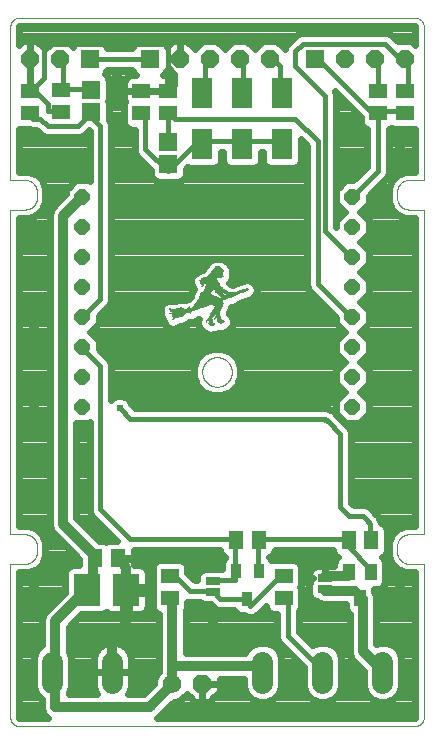
<source format=gtl>
G75*
%MOIN*%
%OFA0B0*%
%FSLAX25Y25*%
%IPPOS*%
%LPD*%
%AMOC8*
5,1,8,0,0,1.08239X$1,22.5*
%
%ADD10C,0.00000*%
%ADD11R,0.00100X0.00100*%
%ADD12R,0.00700X0.00100*%
%ADD13R,0.01500X0.00100*%
%ADD14R,0.01700X0.00100*%
%ADD15R,0.01800X0.00100*%
%ADD16R,0.02000X0.00100*%
%ADD17R,0.01900X0.00100*%
%ADD18R,0.00300X0.00100*%
%ADD19R,0.00600X0.00100*%
%ADD20R,0.01600X0.00100*%
%ADD21R,0.00900X0.00100*%
%ADD22R,0.01200X0.00100*%
%ADD23R,0.00200X0.00100*%
%ADD24R,0.01400X0.00100*%
%ADD25R,0.01100X0.00100*%
%ADD26R,0.02100X0.00100*%
%ADD27R,0.02300X0.00100*%
%ADD28R,0.02400X0.00100*%
%ADD29R,0.00400X0.00100*%
%ADD30R,0.02200X0.00100*%
%ADD31R,0.00500X0.00100*%
%ADD32R,0.01300X0.00100*%
%ADD33R,0.00800X0.00100*%
%ADD34R,0.02500X0.00100*%
%ADD35R,0.02700X0.00100*%
%ADD36R,0.02900X0.00100*%
%ADD37R,0.03100X0.00100*%
%ADD38R,0.03700X0.00100*%
%ADD39R,0.03800X0.00100*%
%ADD40R,0.03900X0.00100*%
%ADD41R,0.04000X0.00100*%
%ADD42R,0.05100X0.00100*%
%ADD43R,0.04800X0.00100*%
%ADD44R,0.04700X0.00100*%
%ADD45R,0.03000X0.00100*%
%ADD46R,0.06200X0.00100*%
%ADD47R,0.06000X0.00100*%
%ADD48R,0.07400X0.00100*%
%ADD49R,0.02800X0.00100*%
%ADD50R,0.07600X0.00100*%
%ADD51R,0.07700X0.00100*%
%ADD52R,0.08200X0.00100*%
%ADD53R,0.08600X0.00100*%
%ADD54R,0.05200X0.00100*%
%ADD55R,0.02600X0.00100*%
%ADD56R,0.01000X0.00100*%
%ADD57R,0.04100X0.00100*%
%ADD58R,0.03300X0.00100*%
%ADD59R,0.03600X0.00100*%
%ADD60R,0.04200X0.00100*%
%ADD61R,0.04400X0.00100*%
%ADD62R,0.04600X0.00100*%
%ADD63R,0.03200X0.00100*%
%ADD64R,0.05000X0.00100*%
%ADD65R,0.03500X0.00100*%
%ADD66R,0.09400X0.00100*%
%ADD67R,0.09300X0.00100*%
%ADD68R,0.09200X0.00100*%
%ADD69R,0.09100X0.00100*%
%ADD70R,0.09000X0.00100*%
%ADD71R,0.08900X0.00100*%
%ADD72R,0.08800X0.00100*%
%ADD73R,0.08700X0.00100*%
%ADD74R,0.08500X0.00100*%
%ADD75R,0.08400X0.00100*%
%ADD76R,0.08300X0.00100*%
%ADD77R,0.08100X0.00100*%
%ADD78R,0.06700X0.00100*%
%ADD79R,0.06400X0.00100*%
%ADD80R,0.05900X0.00100*%
%ADD81R,0.05700X0.00100*%
%ADD82R,0.05400X0.00100*%
%ADD83R,0.04300X0.00100*%
%ADD84R,0.04900X0.00100*%
%ADD85R,0.05600X0.00100*%
%ADD86R,0.06100X0.00100*%
%ADD87R,0.04500X0.00100*%
%ADD88R,0.03400X0.00100*%
%ADD89R,0.05800X0.00100*%
%ADD90R,0.05300X0.00100*%
%ADD91R,0.09000X0.10630*%
%ADD92R,0.05118X0.05906*%
%ADD93R,0.03543X0.04724*%
%ADD94R,0.05906X0.05118*%
%ADD95OC8,0.05150*%
%ADD96R,0.05000X0.02500*%
%ADD97R,0.06000X0.06000*%
%ADD98OC8,0.06000*%
%ADD99OC8,0.06200*%
%ADD100C,0.06200*%
%ADD101R,0.03937X0.05512*%
%ADD102C,0.07050*%
%ADD103R,0.06890X0.10433*%
%ADD104C,0.02400*%
%ADD105C,0.03200*%
%ADD106C,0.01600*%
%ADD107R,0.03562X0.03562*%
%ADD108C,0.02400*%
D10*
X0019610Y0005895D02*
X0019610Y0057029D01*
X0024532Y0057029D01*
X0024656Y0057031D01*
X0024779Y0057037D01*
X0024903Y0057046D01*
X0025025Y0057060D01*
X0025148Y0057077D01*
X0025270Y0057099D01*
X0025391Y0057124D01*
X0025511Y0057153D01*
X0025630Y0057185D01*
X0025749Y0057222D01*
X0025866Y0057262D01*
X0025981Y0057305D01*
X0026096Y0057353D01*
X0026208Y0057404D01*
X0026319Y0057458D01*
X0026429Y0057516D01*
X0026536Y0057577D01*
X0026642Y0057642D01*
X0026745Y0057710D01*
X0026846Y0057781D01*
X0026945Y0057855D01*
X0027042Y0057932D01*
X0027136Y0058013D01*
X0027227Y0058096D01*
X0027316Y0058182D01*
X0027402Y0058271D01*
X0027485Y0058362D01*
X0027566Y0058456D01*
X0027643Y0058553D01*
X0027717Y0058652D01*
X0027788Y0058753D01*
X0027856Y0058856D01*
X0027921Y0058962D01*
X0027982Y0059069D01*
X0028040Y0059179D01*
X0028094Y0059290D01*
X0028145Y0059402D01*
X0028193Y0059517D01*
X0028236Y0059632D01*
X0028276Y0059749D01*
X0028313Y0059868D01*
X0028345Y0059987D01*
X0028374Y0060107D01*
X0028399Y0060228D01*
X0028421Y0060350D01*
X0028438Y0060473D01*
X0028452Y0060595D01*
X0028461Y0060719D01*
X0028467Y0060842D01*
X0028469Y0060966D01*
X0028469Y0062934D01*
X0028467Y0063058D01*
X0028461Y0063181D01*
X0028452Y0063305D01*
X0028438Y0063427D01*
X0028421Y0063550D01*
X0028399Y0063672D01*
X0028374Y0063793D01*
X0028345Y0063913D01*
X0028313Y0064032D01*
X0028276Y0064151D01*
X0028236Y0064268D01*
X0028193Y0064383D01*
X0028145Y0064498D01*
X0028094Y0064610D01*
X0028040Y0064721D01*
X0027982Y0064831D01*
X0027921Y0064938D01*
X0027856Y0065044D01*
X0027788Y0065147D01*
X0027717Y0065248D01*
X0027643Y0065347D01*
X0027566Y0065444D01*
X0027485Y0065538D01*
X0027402Y0065629D01*
X0027316Y0065718D01*
X0027227Y0065804D01*
X0027136Y0065887D01*
X0027042Y0065968D01*
X0026945Y0066045D01*
X0026846Y0066119D01*
X0026745Y0066190D01*
X0026642Y0066258D01*
X0026536Y0066323D01*
X0026429Y0066384D01*
X0026319Y0066442D01*
X0026208Y0066496D01*
X0026096Y0066547D01*
X0025981Y0066595D01*
X0025866Y0066638D01*
X0025749Y0066678D01*
X0025630Y0066715D01*
X0025511Y0066747D01*
X0025391Y0066776D01*
X0025270Y0066801D01*
X0025148Y0066823D01*
X0025025Y0066840D01*
X0024903Y0066854D01*
X0024779Y0066863D01*
X0024656Y0066869D01*
X0024532Y0066871D01*
X0019610Y0066871D01*
X0019610Y0175139D01*
X0024532Y0175139D01*
X0024656Y0175141D01*
X0024779Y0175147D01*
X0024903Y0175156D01*
X0025025Y0175170D01*
X0025148Y0175187D01*
X0025270Y0175209D01*
X0025391Y0175234D01*
X0025511Y0175263D01*
X0025630Y0175295D01*
X0025749Y0175332D01*
X0025866Y0175372D01*
X0025981Y0175415D01*
X0026096Y0175463D01*
X0026208Y0175514D01*
X0026319Y0175568D01*
X0026429Y0175626D01*
X0026536Y0175687D01*
X0026642Y0175752D01*
X0026745Y0175820D01*
X0026846Y0175891D01*
X0026945Y0175965D01*
X0027042Y0176042D01*
X0027136Y0176123D01*
X0027227Y0176206D01*
X0027316Y0176292D01*
X0027402Y0176381D01*
X0027485Y0176472D01*
X0027566Y0176566D01*
X0027643Y0176663D01*
X0027717Y0176762D01*
X0027788Y0176863D01*
X0027856Y0176966D01*
X0027921Y0177072D01*
X0027982Y0177179D01*
X0028040Y0177289D01*
X0028094Y0177400D01*
X0028145Y0177512D01*
X0028193Y0177627D01*
X0028236Y0177742D01*
X0028276Y0177859D01*
X0028313Y0177978D01*
X0028345Y0178097D01*
X0028374Y0178217D01*
X0028399Y0178338D01*
X0028421Y0178460D01*
X0028438Y0178583D01*
X0028452Y0178705D01*
X0028461Y0178829D01*
X0028467Y0178952D01*
X0028469Y0179076D01*
X0028469Y0181045D01*
X0028467Y0181169D01*
X0028461Y0181292D01*
X0028452Y0181416D01*
X0028438Y0181538D01*
X0028421Y0181661D01*
X0028399Y0181783D01*
X0028374Y0181904D01*
X0028345Y0182024D01*
X0028313Y0182143D01*
X0028276Y0182262D01*
X0028236Y0182379D01*
X0028193Y0182494D01*
X0028145Y0182609D01*
X0028094Y0182721D01*
X0028040Y0182832D01*
X0027982Y0182942D01*
X0027921Y0183049D01*
X0027856Y0183155D01*
X0027788Y0183258D01*
X0027717Y0183359D01*
X0027643Y0183458D01*
X0027566Y0183555D01*
X0027485Y0183649D01*
X0027402Y0183740D01*
X0027316Y0183829D01*
X0027227Y0183915D01*
X0027136Y0183998D01*
X0027042Y0184079D01*
X0026945Y0184156D01*
X0026846Y0184230D01*
X0026745Y0184301D01*
X0026642Y0184369D01*
X0026536Y0184434D01*
X0026429Y0184495D01*
X0026319Y0184553D01*
X0026208Y0184607D01*
X0026096Y0184658D01*
X0025981Y0184706D01*
X0025866Y0184749D01*
X0025749Y0184789D01*
X0025630Y0184826D01*
X0025511Y0184858D01*
X0025391Y0184887D01*
X0025270Y0184912D01*
X0025148Y0184934D01*
X0025025Y0184951D01*
X0024903Y0184965D01*
X0024779Y0184974D01*
X0024656Y0184980D01*
X0024532Y0184982D01*
X0019610Y0184982D01*
X0019610Y0236130D01*
X0019612Y0236237D01*
X0019618Y0236344D01*
X0019628Y0236450D01*
X0019642Y0236556D01*
X0019659Y0236662D01*
X0019680Y0236766D01*
X0019705Y0236870D01*
X0019733Y0236973D01*
X0019765Y0237075D01*
X0019801Y0237176D01*
X0019841Y0237275D01*
X0019883Y0237373D01*
X0019930Y0237469D01*
X0019980Y0237564D01*
X0020033Y0237656D01*
X0020089Y0237747D01*
X0020149Y0237836D01*
X0020211Y0237922D01*
X0020277Y0238007D01*
X0020346Y0238088D01*
X0020417Y0238168D01*
X0020492Y0238244D01*
X0020569Y0238319D01*
X0020648Y0238390D01*
X0020731Y0238458D01*
X0020815Y0238523D01*
X0020902Y0238586D01*
X0020991Y0238645D01*
X0021082Y0238701D01*
X0021175Y0238753D01*
X0021270Y0238803D01*
X0021366Y0238849D01*
X0021464Y0238891D01*
X0021564Y0238930D01*
X0021665Y0238965D01*
X0021767Y0238997D01*
X0021870Y0239025D01*
X0021974Y0239049D01*
X0022079Y0239070D01*
X0022184Y0239087D01*
X0022290Y0239100D01*
X0022397Y0239109D01*
X0022503Y0239114D01*
X0022610Y0239116D01*
X0022610Y0239115D02*
X0154406Y0239115D01*
X0154406Y0239116D02*
X0154513Y0239114D01*
X0154619Y0239109D01*
X0154726Y0239100D01*
X0154832Y0239087D01*
X0154937Y0239070D01*
X0155042Y0239049D01*
X0155146Y0239025D01*
X0155249Y0238997D01*
X0155351Y0238965D01*
X0155452Y0238930D01*
X0155552Y0238891D01*
X0155650Y0238849D01*
X0155746Y0238803D01*
X0155841Y0238753D01*
X0155934Y0238701D01*
X0156025Y0238645D01*
X0156114Y0238586D01*
X0156201Y0238523D01*
X0156285Y0238458D01*
X0156368Y0238390D01*
X0156447Y0238319D01*
X0156524Y0238244D01*
X0156599Y0238168D01*
X0156670Y0238088D01*
X0156739Y0238007D01*
X0156805Y0237922D01*
X0156867Y0237836D01*
X0156927Y0237747D01*
X0156983Y0237656D01*
X0157036Y0237564D01*
X0157086Y0237469D01*
X0157133Y0237373D01*
X0157175Y0237275D01*
X0157215Y0237176D01*
X0157251Y0237075D01*
X0157283Y0236973D01*
X0157311Y0236870D01*
X0157336Y0236766D01*
X0157357Y0236662D01*
X0157374Y0236556D01*
X0157388Y0236450D01*
X0157398Y0236344D01*
X0157404Y0236237D01*
X0157406Y0236130D01*
X0157406Y0184982D01*
X0152485Y0184982D01*
X0152361Y0184980D01*
X0152238Y0184974D01*
X0152114Y0184965D01*
X0151992Y0184951D01*
X0151869Y0184934D01*
X0151747Y0184912D01*
X0151626Y0184887D01*
X0151506Y0184858D01*
X0151387Y0184826D01*
X0151268Y0184789D01*
X0151151Y0184749D01*
X0151036Y0184706D01*
X0150921Y0184658D01*
X0150809Y0184607D01*
X0150698Y0184553D01*
X0150588Y0184495D01*
X0150481Y0184434D01*
X0150375Y0184369D01*
X0150272Y0184301D01*
X0150171Y0184230D01*
X0150072Y0184156D01*
X0149975Y0184079D01*
X0149881Y0183998D01*
X0149790Y0183915D01*
X0149701Y0183829D01*
X0149615Y0183740D01*
X0149532Y0183649D01*
X0149451Y0183555D01*
X0149374Y0183458D01*
X0149300Y0183359D01*
X0149229Y0183258D01*
X0149161Y0183155D01*
X0149096Y0183049D01*
X0149035Y0182942D01*
X0148977Y0182832D01*
X0148923Y0182721D01*
X0148872Y0182609D01*
X0148824Y0182494D01*
X0148781Y0182379D01*
X0148741Y0182262D01*
X0148704Y0182143D01*
X0148672Y0182024D01*
X0148643Y0181904D01*
X0148618Y0181783D01*
X0148596Y0181661D01*
X0148579Y0181538D01*
X0148565Y0181416D01*
X0148556Y0181292D01*
X0148550Y0181169D01*
X0148548Y0181045D01*
X0148548Y0179076D01*
X0148550Y0178952D01*
X0148556Y0178829D01*
X0148565Y0178705D01*
X0148579Y0178583D01*
X0148596Y0178460D01*
X0148618Y0178338D01*
X0148643Y0178217D01*
X0148672Y0178097D01*
X0148704Y0177978D01*
X0148741Y0177859D01*
X0148781Y0177742D01*
X0148824Y0177627D01*
X0148872Y0177512D01*
X0148923Y0177400D01*
X0148977Y0177289D01*
X0149035Y0177179D01*
X0149096Y0177072D01*
X0149161Y0176966D01*
X0149229Y0176863D01*
X0149300Y0176762D01*
X0149374Y0176663D01*
X0149451Y0176566D01*
X0149532Y0176472D01*
X0149615Y0176381D01*
X0149701Y0176292D01*
X0149790Y0176206D01*
X0149881Y0176123D01*
X0149975Y0176042D01*
X0150072Y0175965D01*
X0150171Y0175891D01*
X0150272Y0175820D01*
X0150375Y0175752D01*
X0150481Y0175687D01*
X0150588Y0175626D01*
X0150698Y0175568D01*
X0150809Y0175514D01*
X0150921Y0175463D01*
X0151036Y0175415D01*
X0151151Y0175372D01*
X0151268Y0175332D01*
X0151387Y0175295D01*
X0151506Y0175263D01*
X0151626Y0175234D01*
X0151747Y0175209D01*
X0151869Y0175187D01*
X0151992Y0175170D01*
X0152114Y0175156D01*
X0152238Y0175147D01*
X0152361Y0175141D01*
X0152485Y0175139D01*
X0157406Y0175139D01*
X0157406Y0066871D01*
X0152485Y0066871D01*
X0152361Y0066869D01*
X0152238Y0066863D01*
X0152114Y0066854D01*
X0151992Y0066840D01*
X0151869Y0066823D01*
X0151747Y0066801D01*
X0151626Y0066776D01*
X0151506Y0066747D01*
X0151387Y0066715D01*
X0151268Y0066678D01*
X0151151Y0066638D01*
X0151036Y0066595D01*
X0150921Y0066547D01*
X0150809Y0066496D01*
X0150698Y0066442D01*
X0150588Y0066384D01*
X0150481Y0066323D01*
X0150375Y0066258D01*
X0150272Y0066190D01*
X0150171Y0066119D01*
X0150072Y0066045D01*
X0149975Y0065968D01*
X0149881Y0065887D01*
X0149790Y0065804D01*
X0149701Y0065718D01*
X0149615Y0065629D01*
X0149532Y0065538D01*
X0149451Y0065444D01*
X0149374Y0065347D01*
X0149300Y0065248D01*
X0149229Y0065147D01*
X0149161Y0065044D01*
X0149096Y0064938D01*
X0149035Y0064831D01*
X0148977Y0064721D01*
X0148923Y0064610D01*
X0148872Y0064498D01*
X0148824Y0064383D01*
X0148781Y0064268D01*
X0148741Y0064151D01*
X0148704Y0064032D01*
X0148672Y0063913D01*
X0148643Y0063793D01*
X0148618Y0063672D01*
X0148596Y0063550D01*
X0148579Y0063427D01*
X0148565Y0063305D01*
X0148556Y0063181D01*
X0148550Y0063058D01*
X0148548Y0062934D01*
X0148548Y0060966D01*
X0148550Y0060842D01*
X0148556Y0060719D01*
X0148565Y0060595D01*
X0148579Y0060473D01*
X0148596Y0060350D01*
X0148618Y0060228D01*
X0148643Y0060107D01*
X0148672Y0059987D01*
X0148704Y0059868D01*
X0148741Y0059749D01*
X0148781Y0059632D01*
X0148824Y0059517D01*
X0148872Y0059402D01*
X0148923Y0059290D01*
X0148977Y0059179D01*
X0149035Y0059069D01*
X0149096Y0058962D01*
X0149161Y0058856D01*
X0149229Y0058753D01*
X0149300Y0058652D01*
X0149374Y0058553D01*
X0149451Y0058456D01*
X0149532Y0058362D01*
X0149615Y0058271D01*
X0149701Y0058182D01*
X0149790Y0058096D01*
X0149881Y0058013D01*
X0149975Y0057932D01*
X0150072Y0057855D01*
X0150171Y0057781D01*
X0150272Y0057710D01*
X0150375Y0057642D01*
X0150481Y0057577D01*
X0150588Y0057516D01*
X0150698Y0057458D01*
X0150809Y0057404D01*
X0150921Y0057353D01*
X0151036Y0057305D01*
X0151151Y0057262D01*
X0151268Y0057222D01*
X0151387Y0057185D01*
X0151506Y0057153D01*
X0151626Y0057124D01*
X0151747Y0057099D01*
X0151869Y0057077D01*
X0151992Y0057060D01*
X0152114Y0057046D01*
X0152238Y0057037D01*
X0152361Y0057031D01*
X0152485Y0057029D01*
X0157406Y0057029D01*
X0157406Y0005895D01*
X0157404Y0005788D01*
X0157398Y0005681D01*
X0157389Y0005574D01*
X0157375Y0005468D01*
X0157358Y0005362D01*
X0157337Y0005257D01*
X0157313Y0005153D01*
X0157284Y0005050D01*
X0157252Y0004948D01*
X0157217Y0004847D01*
X0157178Y0004747D01*
X0157135Y0004649D01*
X0157089Y0004552D01*
X0157039Y0004457D01*
X0156986Y0004364D01*
X0156930Y0004273D01*
X0156870Y0004184D01*
X0156808Y0004097D01*
X0156742Y0004013D01*
X0156673Y0003930D01*
X0156602Y0003851D01*
X0156527Y0003774D01*
X0156450Y0003699D01*
X0156371Y0003628D01*
X0156288Y0003559D01*
X0156204Y0003493D01*
X0156117Y0003431D01*
X0156028Y0003371D01*
X0155937Y0003315D01*
X0155844Y0003262D01*
X0155749Y0003212D01*
X0155652Y0003166D01*
X0155554Y0003123D01*
X0155454Y0003084D01*
X0155353Y0003049D01*
X0155251Y0003017D01*
X0155148Y0002988D01*
X0155044Y0002964D01*
X0154939Y0002943D01*
X0154833Y0002926D01*
X0154727Y0002912D01*
X0154620Y0002903D01*
X0154513Y0002897D01*
X0154406Y0002895D01*
X0022610Y0002895D01*
X0022503Y0002897D01*
X0022396Y0002903D01*
X0022289Y0002912D01*
X0022183Y0002926D01*
X0022077Y0002943D01*
X0021972Y0002964D01*
X0021868Y0002988D01*
X0021765Y0003017D01*
X0021663Y0003049D01*
X0021562Y0003084D01*
X0021462Y0003123D01*
X0021364Y0003166D01*
X0021267Y0003212D01*
X0021172Y0003262D01*
X0021079Y0003315D01*
X0020988Y0003371D01*
X0020899Y0003431D01*
X0020812Y0003493D01*
X0020728Y0003559D01*
X0020645Y0003628D01*
X0020566Y0003699D01*
X0020489Y0003774D01*
X0020414Y0003851D01*
X0020343Y0003930D01*
X0020274Y0004013D01*
X0020208Y0004097D01*
X0020146Y0004184D01*
X0020086Y0004273D01*
X0020030Y0004364D01*
X0019977Y0004457D01*
X0019927Y0004552D01*
X0019881Y0004649D01*
X0019838Y0004747D01*
X0019799Y0004847D01*
X0019764Y0004948D01*
X0019732Y0005050D01*
X0019703Y0005153D01*
X0019679Y0005257D01*
X0019658Y0005362D01*
X0019641Y0005468D01*
X0019627Y0005574D01*
X0019618Y0005681D01*
X0019612Y0005788D01*
X0019610Y0005895D01*
X0083587Y0121005D02*
X0083589Y0121145D01*
X0083595Y0121285D01*
X0083605Y0121424D01*
X0083619Y0121563D01*
X0083637Y0121702D01*
X0083658Y0121840D01*
X0083684Y0121978D01*
X0083714Y0122115D01*
X0083747Y0122250D01*
X0083785Y0122385D01*
X0083826Y0122519D01*
X0083871Y0122652D01*
X0083919Y0122783D01*
X0083972Y0122912D01*
X0084028Y0123041D01*
X0084087Y0123167D01*
X0084151Y0123292D01*
X0084217Y0123415D01*
X0084288Y0123536D01*
X0084361Y0123655D01*
X0084438Y0123772D01*
X0084519Y0123886D01*
X0084602Y0123998D01*
X0084689Y0124108D01*
X0084779Y0124216D01*
X0084871Y0124320D01*
X0084967Y0124422D01*
X0085066Y0124522D01*
X0085167Y0124618D01*
X0085271Y0124712D01*
X0085378Y0124802D01*
X0085487Y0124889D01*
X0085599Y0124974D01*
X0085713Y0125055D01*
X0085829Y0125133D01*
X0085947Y0125207D01*
X0086068Y0125278D01*
X0086190Y0125346D01*
X0086315Y0125410D01*
X0086441Y0125471D01*
X0086568Y0125528D01*
X0086698Y0125581D01*
X0086829Y0125631D01*
X0086961Y0125676D01*
X0087094Y0125719D01*
X0087229Y0125757D01*
X0087364Y0125791D01*
X0087501Y0125822D01*
X0087638Y0125849D01*
X0087776Y0125871D01*
X0087915Y0125890D01*
X0088054Y0125905D01*
X0088193Y0125916D01*
X0088333Y0125923D01*
X0088473Y0125926D01*
X0088613Y0125925D01*
X0088753Y0125920D01*
X0088892Y0125911D01*
X0089032Y0125898D01*
X0089171Y0125881D01*
X0089309Y0125860D01*
X0089447Y0125836D01*
X0089584Y0125807D01*
X0089720Y0125775D01*
X0089855Y0125738D01*
X0089989Y0125698D01*
X0090122Y0125654D01*
X0090253Y0125606D01*
X0090383Y0125555D01*
X0090512Y0125500D01*
X0090639Y0125441D01*
X0090764Y0125378D01*
X0090887Y0125313D01*
X0091009Y0125243D01*
X0091128Y0125170D01*
X0091246Y0125094D01*
X0091361Y0125015D01*
X0091474Y0124932D01*
X0091584Y0124846D01*
X0091692Y0124757D01*
X0091797Y0124665D01*
X0091900Y0124570D01*
X0092000Y0124472D01*
X0092097Y0124372D01*
X0092191Y0124268D01*
X0092283Y0124162D01*
X0092371Y0124054D01*
X0092456Y0123943D01*
X0092538Y0123829D01*
X0092617Y0123713D01*
X0092692Y0123596D01*
X0092764Y0123476D01*
X0092832Y0123354D01*
X0092897Y0123230D01*
X0092959Y0123104D01*
X0093017Y0122977D01*
X0093071Y0122848D01*
X0093122Y0122717D01*
X0093168Y0122585D01*
X0093211Y0122452D01*
X0093251Y0122318D01*
X0093286Y0122183D01*
X0093318Y0122046D01*
X0093345Y0121909D01*
X0093369Y0121771D01*
X0093389Y0121633D01*
X0093405Y0121494D01*
X0093417Y0121354D01*
X0093425Y0121215D01*
X0093429Y0121075D01*
X0093429Y0120935D01*
X0093425Y0120795D01*
X0093417Y0120656D01*
X0093405Y0120516D01*
X0093389Y0120377D01*
X0093369Y0120239D01*
X0093345Y0120101D01*
X0093318Y0119964D01*
X0093286Y0119827D01*
X0093251Y0119692D01*
X0093211Y0119558D01*
X0093168Y0119425D01*
X0093122Y0119293D01*
X0093071Y0119162D01*
X0093017Y0119033D01*
X0092959Y0118906D01*
X0092897Y0118780D01*
X0092832Y0118656D01*
X0092764Y0118534D01*
X0092692Y0118414D01*
X0092617Y0118297D01*
X0092538Y0118181D01*
X0092456Y0118067D01*
X0092371Y0117956D01*
X0092283Y0117848D01*
X0092191Y0117742D01*
X0092097Y0117638D01*
X0092000Y0117538D01*
X0091900Y0117440D01*
X0091797Y0117345D01*
X0091692Y0117253D01*
X0091584Y0117164D01*
X0091474Y0117078D01*
X0091361Y0116995D01*
X0091246Y0116916D01*
X0091128Y0116840D01*
X0091009Y0116767D01*
X0090887Y0116697D01*
X0090764Y0116632D01*
X0090639Y0116569D01*
X0090512Y0116510D01*
X0090383Y0116455D01*
X0090253Y0116404D01*
X0090122Y0116356D01*
X0089989Y0116312D01*
X0089855Y0116272D01*
X0089720Y0116235D01*
X0089584Y0116203D01*
X0089447Y0116174D01*
X0089309Y0116150D01*
X0089171Y0116129D01*
X0089032Y0116112D01*
X0088892Y0116099D01*
X0088753Y0116090D01*
X0088613Y0116085D01*
X0088473Y0116084D01*
X0088333Y0116087D01*
X0088193Y0116094D01*
X0088054Y0116105D01*
X0087915Y0116120D01*
X0087776Y0116139D01*
X0087638Y0116161D01*
X0087501Y0116188D01*
X0087364Y0116219D01*
X0087229Y0116253D01*
X0087094Y0116291D01*
X0086961Y0116334D01*
X0086829Y0116379D01*
X0086698Y0116429D01*
X0086568Y0116482D01*
X0086441Y0116539D01*
X0086315Y0116600D01*
X0086190Y0116664D01*
X0086068Y0116732D01*
X0085947Y0116803D01*
X0085829Y0116877D01*
X0085713Y0116955D01*
X0085599Y0117036D01*
X0085487Y0117121D01*
X0085378Y0117208D01*
X0085271Y0117298D01*
X0085167Y0117392D01*
X0085066Y0117488D01*
X0084967Y0117588D01*
X0084871Y0117690D01*
X0084779Y0117794D01*
X0084689Y0117902D01*
X0084602Y0118012D01*
X0084519Y0118124D01*
X0084438Y0118238D01*
X0084361Y0118355D01*
X0084288Y0118474D01*
X0084217Y0118595D01*
X0084151Y0118718D01*
X0084087Y0118843D01*
X0084028Y0118969D01*
X0083972Y0119098D01*
X0083919Y0119227D01*
X0083871Y0119358D01*
X0083826Y0119491D01*
X0083785Y0119625D01*
X0083747Y0119760D01*
X0083714Y0119895D01*
X0083684Y0120032D01*
X0083658Y0120170D01*
X0083637Y0120308D01*
X0083619Y0120447D01*
X0083605Y0120586D01*
X0083595Y0120725D01*
X0083589Y0120865D01*
X0083587Y0121005D01*
D11*
X0086375Y0136257D03*
X0079375Y0142557D03*
X0083575Y0149157D03*
X0083575Y0149257D03*
X0093475Y0145657D03*
D12*
X0086575Y0136357D03*
X0079275Y0142257D03*
X0076375Y0142157D03*
X0083775Y0149857D03*
D13*
X0084075Y0150357D03*
X0088675Y0155857D03*
X0098175Y0148357D03*
X0088875Y0139257D03*
X0089375Y0138357D03*
X0089375Y0138257D03*
X0086875Y0139457D03*
X0086875Y0139557D03*
X0086975Y0139657D03*
X0086475Y0137257D03*
X0086775Y0136457D03*
D14*
X0086775Y0136557D03*
X0086575Y0137057D03*
X0086075Y0138057D03*
X0086075Y0138157D03*
X0086075Y0138257D03*
X0087075Y0139857D03*
X0087075Y0139957D03*
X0087175Y0140057D03*
X0087175Y0140157D03*
X0088875Y0139157D03*
D15*
X0088925Y0139057D03*
X0089525Y0138057D03*
X0086625Y0136957D03*
X0086725Y0136657D03*
X0086025Y0137957D03*
X0087225Y0140257D03*
X0087325Y0140357D03*
X0087325Y0140457D03*
X0090325Y0146157D03*
X0090225Y0146257D03*
X0098025Y0148257D03*
X0088725Y0155757D03*
D16*
X0084025Y0150457D03*
X0089725Y0146757D03*
X0089825Y0146657D03*
X0089925Y0146557D03*
X0090025Y0146457D03*
X0097825Y0148157D03*
X0089625Y0137957D03*
X0086725Y0136757D03*
D17*
X0086675Y0136857D03*
X0089775Y0137457D03*
X0090175Y0146357D03*
X0076275Y0141957D03*
D18*
X0079375Y0142457D03*
X0079675Y0140457D03*
X0085175Y0137657D03*
X0085275Y0137757D03*
X0085075Y0137457D03*
X0087675Y0138257D03*
X0087775Y0138357D03*
X0087875Y0138457D03*
X0087975Y0138657D03*
X0088075Y0138857D03*
X0088175Y0138957D03*
X0089975Y0136957D03*
X0083675Y0149457D03*
X0073775Y0138357D03*
D19*
X0074325Y0138757D03*
X0089625Y0152257D03*
X0089925Y0137057D03*
D20*
X0089825Y0137357D03*
X0089425Y0138157D03*
X0087025Y0139757D03*
X0086125Y0138457D03*
X0086125Y0138357D03*
X0086525Y0137157D03*
D21*
X0089875Y0137157D03*
X0079375Y0140557D03*
D22*
X0086325Y0137857D03*
X0086425Y0137457D03*
X0088825Y0139457D03*
X0088925Y0140457D03*
X0089825Y0137257D03*
D23*
X0087725Y0138157D03*
X0087925Y0138557D03*
X0088025Y0138757D03*
X0085125Y0137557D03*
X0085125Y0137357D03*
X0083625Y0149357D03*
X0083125Y0150357D03*
X0089625Y0152157D03*
X0073725Y0138257D03*
D24*
X0076325Y0142057D03*
X0086125Y0138557D03*
X0086525Y0139057D03*
X0086625Y0139157D03*
X0086725Y0139257D03*
X0086825Y0139357D03*
X0088825Y0139357D03*
X0089125Y0138957D03*
X0089225Y0138857D03*
X0089225Y0138757D03*
X0089325Y0138657D03*
X0089325Y0138557D03*
X0089325Y0138457D03*
X0086425Y0137357D03*
D25*
X0086375Y0137557D03*
X0086375Y0137657D03*
X0086375Y0137757D03*
X0088775Y0139557D03*
X0088875Y0139657D03*
X0088875Y0139757D03*
X0088875Y0139857D03*
X0088875Y0139957D03*
X0088875Y0140057D03*
X0088875Y0140157D03*
X0088875Y0140257D03*
X0088875Y0140357D03*
X0098275Y0148457D03*
X0074775Y0138957D03*
D26*
X0089275Y0147157D03*
X0089375Y0147057D03*
X0089475Y0146957D03*
X0089575Y0146857D03*
X0088775Y0155657D03*
X0089775Y0137557D03*
D27*
X0089775Y0137657D03*
X0088975Y0142357D03*
X0089075Y0142457D03*
X0097475Y0147957D03*
X0097675Y0148057D03*
X0088775Y0155557D03*
X0074675Y0139057D03*
D28*
X0076225Y0141857D03*
X0088825Y0142157D03*
X0088925Y0142257D03*
X0089125Y0142757D03*
X0089825Y0137757D03*
X0096925Y0147757D03*
X0097225Y0147857D03*
D29*
X0098525Y0148657D03*
X0093125Y0145657D03*
X0083725Y0149557D03*
X0083725Y0149657D03*
X0079325Y0142357D03*
X0085325Y0137857D03*
X0074025Y0138557D03*
X0073925Y0138457D03*
D30*
X0089125Y0142557D03*
X0089225Y0142657D03*
X0089725Y0137857D03*
D31*
X0083775Y0149757D03*
X0072875Y0141857D03*
X0074175Y0138657D03*
D32*
X0083875Y0150157D03*
X0083975Y0150257D03*
X0086475Y0138957D03*
X0086375Y0138857D03*
X0086275Y0138757D03*
X0086175Y0138657D03*
D33*
X0079225Y0142157D03*
X0083825Y0149957D03*
X0074525Y0138857D03*
X0098425Y0148557D03*
D34*
X0096675Y0147657D03*
X0096375Y0147557D03*
X0088775Y0142057D03*
X0088675Y0141857D03*
X0088775Y0155457D03*
X0074975Y0139157D03*
D35*
X0075275Y0139257D03*
X0085275Y0147657D03*
X0085575Y0147857D03*
X0090775Y0145457D03*
X0088475Y0141557D03*
X0088475Y0141457D03*
X0088375Y0141357D03*
X0095575Y0147257D03*
X0088775Y0155357D03*
D36*
X0088775Y0155257D03*
X0088775Y0155157D03*
X0085775Y0148057D03*
X0085675Y0147957D03*
X0085075Y0147557D03*
X0088975Y0142857D03*
X0088275Y0141157D03*
X0088175Y0140957D03*
X0088175Y0140857D03*
X0088075Y0140757D03*
X0075375Y0139357D03*
D37*
X0075475Y0139457D03*
X0075675Y0139557D03*
X0081775Y0142157D03*
X0084675Y0146957D03*
X0084775Y0147157D03*
X0084875Y0147357D03*
X0085875Y0148157D03*
X0088775Y0155057D03*
X0092875Y0146157D03*
D38*
X0089675Y0147957D03*
X0088775Y0154557D03*
X0080075Y0141657D03*
X0075575Y0139757D03*
X0075475Y0139657D03*
D39*
X0075625Y0139857D03*
X0080225Y0141757D03*
X0082225Y0142457D03*
X0084825Y0146557D03*
X0088625Y0143157D03*
X0089725Y0147857D03*
X0088725Y0154457D03*
D40*
X0088675Y0154357D03*
X0088675Y0154257D03*
X0087275Y0150457D03*
X0087375Y0150357D03*
X0089875Y0147757D03*
X0080475Y0141857D03*
X0075675Y0139957D03*
D41*
X0075725Y0140057D03*
X0082425Y0142557D03*
X0087325Y0150257D03*
X0088625Y0154157D03*
X0091925Y0145857D03*
D42*
X0093575Y0146957D03*
X0088075Y0152757D03*
X0087475Y0152457D03*
X0085875Y0151757D03*
X0085275Y0146057D03*
X0083575Y0143157D03*
X0075375Y0140257D03*
X0075275Y0140157D03*
D43*
X0075625Y0140357D03*
X0075725Y0140457D03*
X0083225Y0142957D03*
X0087325Y0149557D03*
X0087325Y0149657D03*
X0088225Y0153057D03*
D44*
X0086175Y0152057D03*
X0085075Y0146257D03*
X0091975Y0146057D03*
X0075875Y0140557D03*
D45*
X0076125Y0141757D03*
X0081525Y0142057D03*
X0084825Y0147257D03*
X0084925Y0147457D03*
X0088025Y0140657D03*
X0088025Y0140557D03*
D46*
X0085625Y0145657D03*
X0087525Y0148557D03*
X0086025Y0150657D03*
X0076825Y0140957D03*
X0076825Y0140757D03*
X0076725Y0140657D03*
D47*
X0076925Y0140857D03*
X0087425Y0148657D03*
X0086125Y0150557D03*
X0085725Y0151057D03*
D48*
X0076425Y0141057D03*
D49*
X0088225Y0141057D03*
X0088325Y0141257D03*
X0093025Y0146257D03*
X0093225Y0146357D03*
X0093425Y0146457D03*
D50*
X0076625Y0141157D03*
D51*
X0076875Y0141257D03*
X0077175Y0141357D03*
D52*
X0077225Y0141457D03*
D53*
X0077325Y0141557D03*
X0086325Y0144357D03*
D54*
X0087325Y0149257D03*
X0087725Y0152557D03*
X0075425Y0141657D03*
D55*
X0085525Y0147757D03*
X0091025Y0145557D03*
X0091325Y0145657D03*
X0088725Y0141957D03*
X0088625Y0141757D03*
X0088525Y0141657D03*
X0095825Y0147357D03*
X0096125Y0147457D03*
D56*
X0088625Y0155957D03*
X0083825Y0150057D03*
X0079225Y0142057D03*
X0073225Y0141757D03*
D57*
X0080675Y0141957D03*
X0084875Y0146457D03*
X0089975Y0147657D03*
X0093575Y0146757D03*
X0088575Y0154057D03*
D58*
X0088775Y0154857D03*
X0088775Y0154957D03*
X0089375Y0148257D03*
X0085975Y0148357D03*
X0084575Y0146757D03*
X0081975Y0142257D03*
D59*
X0082125Y0142357D03*
X0091825Y0145757D03*
X0093525Y0146657D03*
X0088725Y0154657D03*
D60*
X0088525Y0153957D03*
X0088525Y0153857D03*
X0088425Y0153757D03*
X0088325Y0153557D03*
X0086525Y0152257D03*
X0087325Y0150157D03*
X0090125Y0147557D03*
X0082625Y0142657D03*
D61*
X0082825Y0142757D03*
X0087325Y0149957D03*
X0088225Y0153357D03*
X0090225Y0147457D03*
D62*
X0093625Y0146857D03*
X0087325Y0149757D03*
X0087325Y0149857D03*
X0086325Y0152157D03*
X0088225Y0153157D03*
X0083025Y0142857D03*
D63*
X0084625Y0146857D03*
X0084725Y0147057D03*
X0085925Y0148257D03*
X0089325Y0148357D03*
X0093525Y0146557D03*
X0088825Y0142957D03*
D64*
X0083425Y0143057D03*
X0087325Y0149357D03*
X0087325Y0149457D03*
X0085925Y0151857D03*
X0087825Y0152657D03*
X0088125Y0152857D03*
D65*
X0088775Y0154757D03*
X0089575Y0148057D03*
X0088675Y0143057D03*
X0084675Y0146657D03*
D66*
X0087125Y0145257D03*
X0085925Y0143457D03*
X0085825Y0143257D03*
D67*
X0085875Y0143357D03*
X0085975Y0143557D03*
X0087175Y0145357D03*
D68*
X0087025Y0145157D03*
X0086925Y0145057D03*
X0086025Y0143657D03*
D69*
X0086075Y0143757D03*
D70*
X0086125Y0143857D03*
D71*
X0086175Y0143957D03*
X0086175Y0144057D03*
X0086775Y0144957D03*
D72*
X0086225Y0144157D03*
D73*
X0086275Y0144257D03*
D74*
X0086275Y0144457D03*
D75*
X0086325Y0144557D03*
D76*
X0086275Y0144657D03*
D77*
X0086275Y0144757D03*
X0086375Y0144857D03*
D78*
X0085875Y0145457D03*
D79*
X0085725Y0145557D03*
X0087525Y0148457D03*
D80*
X0085975Y0150857D03*
X0085575Y0151357D03*
X0085575Y0145757D03*
X0091175Y0147257D03*
D81*
X0087375Y0148857D03*
X0085575Y0151457D03*
X0085475Y0145857D03*
D82*
X0085325Y0145957D03*
X0087325Y0149057D03*
X0085725Y0151557D03*
D83*
X0087375Y0150057D03*
X0084975Y0146357D03*
X0088275Y0153457D03*
X0088375Y0153657D03*
X0091875Y0145957D03*
D84*
X0088175Y0152957D03*
X0086075Y0151957D03*
X0085175Y0146157D03*
D85*
X0087325Y0148957D03*
X0093625Y0147057D03*
D86*
X0093575Y0147157D03*
X0085975Y0150757D03*
D87*
X0088275Y0153257D03*
X0090375Y0147357D03*
D88*
X0089525Y0148157D03*
D89*
X0087425Y0148757D03*
X0085925Y0150957D03*
X0085725Y0151157D03*
X0085625Y0151257D03*
D90*
X0085775Y0151657D03*
X0087375Y0152357D03*
X0087275Y0149157D03*
D91*
X0058122Y0048395D03*
X0045099Y0048395D03*
D92*
X0047870Y0058895D03*
X0055351Y0058895D03*
X0094870Y0064895D03*
X0102351Y0064895D03*
X0132370Y0064895D03*
X0139851Y0064895D03*
D93*
X0102351Y0054619D03*
X0094870Y0054619D03*
X0098610Y0045171D03*
D94*
X0110665Y0045607D03*
X0110665Y0053088D03*
X0072758Y0053090D03*
X0072758Y0045610D03*
X0072310Y0207155D03*
X0072310Y0214635D03*
X0063310Y0214635D03*
X0063310Y0207155D03*
X0036610Y0207655D03*
X0036610Y0215135D03*
X0026158Y0214690D03*
X0026158Y0207210D03*
X0142158Y0207210D03*
X0142158Y0214690D03*
X0151158Y0214690D03*
X0151158Y0207210D03*
D95*
X0133658Y0179450D03*
X0133658Y0169450D03*
X0133658Y0159450D03*
X0133658Y0149450D03*
X0133658Y0139450D03*
X0133658Y0129450D03*
X0133658Y0119450D03*
X0133658Y0109450D03*
X0043658Y0109450D03*
X0043658Y0119450D03*
X0043658Y0129450D03*
X0043658Y0139450D03*
X0043658Y0149450D03*
X0043658Y0159450D03*
X0043658Y0169450D03*
X0043658Y0179450D03*
D96*
X0087110Y0051167D03*
X0087110Y0047623D03*
X0124610Y0048623D03*
X0124610Y0052167D03*
D97*
X0072310Y0190245D03*
X0072310Y0197545D03*
X0066110Y0225395D03*
X0046110Y0225395D03*
X0046563Y0214990D03*
X0046563Y0207690D03*
X0121110Y0225395D03*
D98*
X0131110Y0225395D03*
X0141110Y0225395D03*
X0151110Y0225395D03*
X0106110Y0225395D03*
X0096110Y0225395D03*
X0086110Y0225395D03*
X0076110Y0225395D03*
X0036110Y0225395D03*
X0026110Y0225395D03*
D99*
X0083508Y0017050D03*
D100*
X0073508Y0017050D03*
D101*
X0132370Y0054226D03*
X0136110Y0045564D03*
X0139851Y0054226D03*
D102*
X0143658Y0024475D02*
X0143658Y0017425D01*
X0123658Y0017425D02*
X0123658Y0024475D01*
X0103658Y0024475D02*
X0103658Y0017425D01*
X0053658Y0017425D02*
X0053658Y0024475D01*
X0033658Y0024475D02*
X0033658Y0017425D01*
D103*
X0083610Y0196930D03*
X0096860Y0196930D03*
X0110110Y0196930D03*
X0110110Y0213860D03*
X0096860Y0213860D03*
X0083610Y0213860D03*
D104*
X0073309Y0219994D02*
X0072390Y0219994D01*
X0072390Y0214715D01*
X0072231Y0214715D01*
X0072231Y0219994D01*
X0070631Y0219994D01*
X0070697Y0220021D01*
X0071484Y0220809D01*
X0071780Y0221523D01*
X0073309Y0219994D01*
X0072390Y0218761D02*
X0072231Y0218761D01*
X0072231Y0216363D02*
X0072390Y0216363D01*
X0072231Y0214715D02*
X0072231Y0214556D01*
X0063390Y0214556D01*
X0063390Y0214715D01*
X0066558Y0214715D01*
X0072231Y0214715D01*
X0072144Y0221160D02*
X0071629Y0221160D01*
X0076110Y0225395D02*
X0076110Y0231195D01*
X0073708Y0231195D01*
X0071780Y0229267D01*
X0071484Y0229981D01*
X0070697Y0230769D01*
X0069667Y0231195D01*
X0062554Y0231195D01*
X0061524Y0230769D01*
X0060737Y0229981D01*
X0060328Y0228995D01*
X0051893Y0228995D01*
X0051484Y0229981D01*
X0050697Y0230769D01*
X0049667Y0231195D01*
X0042554Y0231195D01*
X0041524Y0230769D01*
X0040737Y0229981D01*
X0040441Y0229267D01*
X0038513Y0231195D01*
X0033708Y0231195D01*
X0031110Y0228597D01*
X0028513Y0231195D01*
X0026111Y0231195D01*
X0026111Y0225395D01*
X0026111Y0219595D01*
X0026238Y0219595D01*
X0026238Y0214770D01*
X0026079Y0214770D01*
X0026079Y0219595D01*
X0026110Y0219595D01*
X0026110Y0225395D01*
X0026111Y0225395D01*
X0026110Y0225395D01*
X0026110Y0231195D01*
X0023708Y0231195D01*
X0022410Y0229897D01*
X0022410Y0236123D01*
X0022414Y0236161D01*
X0022443Y0236230D01*
X0022497Y0236283D01*
X0022566Y0236312D01*
X0022604Y0236315D01*
X0022609Y0236315D01*
X0023161Y0236314D01*
X0023164Y0236315D01*
X0153852Y0236315D01*
X0153856Y0236314D01*
X0154408Y0236315D01*
X0154413Y0236315D01*
X0154450Y0236312D01*
X0154520Y0236283D01*
X0154573Y0236230D01*
X0154602Y0236161D01*
X0154606Y0236123D01*
X0154606Y0230102D01*
X0153513Y0231195D01*
X0148902Y0231195D01*
X0146650Y0233447D01*
X0145327Y0233995D01*
X0116394Y0233995D01*
X0115071Y0233447D01*
X0114059Y0232434D01*
X0111559Y0229934D01*
X0111036Y0228672D01*
X0108513Y0231195D01*
X0103708Y0231195D01*
X0101110Y0228597D01*
X0098513Y0231195D01*
X0093708Y0231195D01*
X0091110Y0228597D01*
X0088513Y0231195D01*
X0083708Y0231195D01*
X0081110Y0228597D01*
X0078513Y0231195D01*
X0076111Y0231195D01*
X0076111Y0225395D01*
X0076110Y0225395D01*
X0076110Y0225957D02*
X0076111Y0225957D01*
X0076110Y0228355D02*
X0076111Y0228355D01*
X0076110Y0230754D02*
X0076111Y0230754D01*
X0078954Y0230754D02*
X0083267Y0230754D01*
X0088954Y0230754D02*
X0093267Y0230754D01*
X0098954Y0230754D02*
X0103267Y0230754D01*
X0108954Y0230754D02*
X0112378Y0230754D01*
X0114776Y0233152D02*
X0022410Y0233152D01*
X0022410Y0230754D02*
X0023267Y0230754D01*
X0026110Y0230754D02*
X0026111Y0230754D01*
X0026110Y0228355D02*
X0026111Y0228355D01*
X0026110Y0225957D02*
X0026111Y0225957D01*
X0026110Y0223558D02*
X0026111Y0223558D01*
X0026110Y0221160D02*
X0026111Y0221160D01*
X0026079Y0218761D02*
X0026238Y0218761D01*
X0026238Y0216363D02*
X0026079Y0216363D01*
X0026260Y0201851D02*
X0022648Y0201851D01*
X0022410Y0201949D01*
X0022410Y0187782D01*
X0025872Y0187782D01*
X0028348Y0186756D01*
X0028348Y0186756D01*
X0030243Y0184861D01*
X0030243Y0184861D01*
X0031269Y0182385D01*
X0031269Y0177736D01*
X0030243Y0175260D01*
X0030243Y0175260D01*
X0028348Y0173365D01*
X0028348Y0173365D01*
X0025872Y0172339D01*
X0022410Y0172339D01*
X0022410Y0069671D01*
X0025872Y0069671D01*
X0028348Y0068646D01*
X0028348Y0068646D01*
X0030243Y0066751D01*
X0030243Y0066751D01*
X0031269Y0064274D01*
X0031269Y0059626D01*
X0030243Y0057150D01*
X0030243Y0057150D01*
X0028348Y0055255D01*
X0028348Y0055255D01*
X0025872Y0054229D01*
X0022410Y0054229D01*
X0022410Y0005895D01*
X0022414Y0005856D01*
X0022444Y0005784D01*
X0022499Y0005729D01*
X0022571Y0005699D01*
X0022610Y0005695D01*
X0032088Y0005695D01*
X0030880Y0006903D01*
X0030210Y0008520D01*
X0030210Y0012007D01*
X0030075Y0012063D01*
X0028296Y0013842D01*
X0027333Y0016167D01*
X0027333Y0025733D01*
X0028296Y0028058D01*
X0030075Y0029837D01*
X0030210Y0029893D01*
X0030210Y0038770D01*
X0030880Y0040387D01*
X0037799Y0047306D01*
X0037799Y0054267D01*
X0038225Y0055296D01*
X0039013Y0056084D01*
X0040042Y0056510D01*
X0042511Y0056510D01*
X0042511Y0058772D01*
X0033380Y0067903D01*
X0032710Y0069520D01*
X0032710Y0173770D01*
X0033380Y0175387D01*
X0034618Y0176625D01*
X0038283Y0180290D01*
X0038283Y0181676D01*
X0041432Y0184825D01*
X0045884Y0184825D01*
X0046010Y0184699D01*
X0046010Y0201404D01*
X0045860Y0201554D01*
X0044150Y0199843D01*
X0042827Y0199295D01*
X0031394Y0199295D01*
X0030071Y0199843D01*
X0029059Y0200856D01*
X0028119Y0201795D01*
X0027274Y0201795D01*
X0026723Y0201745D01*
X0026562Y0201795D01*
X0026394Y0201795D01*
X0026260Y0201851D01*
X0022410Y0199573D02*
X0030723Y0199573D01*
X0022410Y0197174D02*
X0046010Y0197174D01*
X0046010Y0194776D02*
X0022410Y0194776D01*
X0022410Y0192377D02*
X0046010Y0192377D01*
X0046010Y0189979D02*
X0022410Y0189979D01*
X0026358Y0187580D02*
X0046010Y0187580D01*
X0046010Y0185182D02*
X0029922Y0185182D01*
X0031104Y0182783D02*
X0039390Y0182783D01*
X0038283Y0180385D02*
X0031269Y0180385D01*
X0031269Y0177986D02*
X0035979Y0177986D01*
X0033581Y0175588D02*
X0030379Y0175588D01*
X0032710Y0173189D02*
X0027924Y0173189D01*
X0032710Y0170791D02*
X0022410Y0170791D01*
X0022410Y0168392D02*
X0032710Y0168392D01*
X0032710Y0165994D02*
X0022410Y0165994D01*
X0022410Y0163595D02*
X0032710Y0163595D01*
X0032710Y0161197D02*
X0022410Y0161197D01*
X0022410Y0158798D02*
X0032710Y0158798D01*
X0032710Y0156400D02*
X0022410Y0156400D01*
X0022410Y0154001D02*
X0032710Y0154001D01*
X0032710Y0151603D02*
X0022410Y0151603D01*
X0022410Y0149204D02*
X0032710Y0149204D01*
X0032710Y0146806D02*
X0022410Y0146806D01*
X0022410Y0144407D02*
X0032710Y0144407D01*
X0032710Y0142009D02*
X0022410Y0142009D01*
X0022410Y0139610D02*
X0032710Y0139610D01*
X0032710Y0137212D02*
X0022410Y0137212D01*
X0022410Y0134813D02*
X0032710Y0134813D01*
X0032710Y0132415D02*
X0022410Y0132415D01*
X0022410Y0130016D02*
X0032710Y0130016D01*
X0032710Y0127618D02*
X0022410Y0127618D01*
X0022410Y0125219D02*
X0032710Y0125219D01*
X0032710Y0122821D02*
X0022410Y0122821D01*
X0022410Y0120422D02*
X0032710Y0120422D01*
X0032710Y0118024D02*
X0022410Y0118024D01*
X0022410Y0115625D02*
X0032710Y0115625D01*
X0032710Y0113227D02*
X0022410Y0113227D01*
X0022410Y0110828D02*
X0032710Y0110828D01*
X0032710Y0108430D02*
X0022410Y0108430D01*
X0022410Y0106031D02*
X0032710Y0106031D01*
X0032710Y0103632D02*
X0022410Y0103632D01*
X0022410Y0101234D02*
X0032710Y0101234D01*
X0032710Y0098835D02*
X0022410Y0098835D01*
X0022410Y0096437D02*
X0032710Y0096437D01*
X0032710Y0094038D02*
X0022410Y0094038D01*
X0022410Y0091640D02*
X0032710Y0091640D01*
X0032710Y0089241D02*
X0022410Y0089241D01*
X0022410Y0086843D02*
X0032710Y0086843D01*
X0032710Y0084444D02*
X0022410Y0084444D01*
X0022410Y0082046D02*
X0032710Y0082046D01*
X0032710Y0079647D02*
X0022410Y0079647D01*
X0022410Y0077249D02*
X0032710Y0077249D01*
X0032710Y0074850D02*
X0022410Y0074850D01*
X0022410Y0072452D02*
X0032710Y0072452D01*
X0032710Y0070053D02*
X0022410Y0070053D01*
X0029339Y0067655D02*
X0033628Y0067655D01*
X0036027Y0065256D02*
X0030862Y0065256D01*
X0031269Y0062858D02*
X0038425Y0062858D01*
X0040824Y0060459D02*
X0031269Y0060459D01*
X0030620Y0058061D02*
X0042511Y0058061D01*
X0038591Y0055662D02*
X0028756Y0055662D01*
X0022410Y0053264D02*
X0037799Y0053264D01*
X0037799Y0050865D02*
X0022410Y0050865D01*
X0022410Y0048467D02*
X0037799Y0048467D01*
X0036561Y0046068D02*
X0022410Y0046068D01*
X0022410Y0043670D02*
X0034163Y0043670D01*
X0031764Y0041271D02*
X0022410Y0041271D01*
X0022410Y0038873D02*
X0030253Y0038873D01*
X0030210Y0036474D02*
X0022410Y0036474D01*
X0022410Y0034076D02*
X0030210Y0034076D01*
X0030210Y0031677D02*
X0022410Y0031677D01*
X0022410Y0029279D02*
X0029517Y0029279D01*
X0027808Y0026880D02*
X0022410Y0026880D01*
X0022410Y0024482D02*
X0027333Y0024482D01*
X0027333Y0022083D02*
X0022410Y0022083D01*
X0022410Y0019685D02*
X0027333Y0019685D01*
X0027333Y0017286D02*
X0022410Y0017286D01*
X0022410Y0014888D02*
X0027863Y0014888D01*
X0029649Y0012489D02*
X0022410Y0012489D01*
X0022410Y0010091D02*
X0030210Y0010091D01*
X0030553Y0007692D02*
X0022410Y0007692D01*
X0039010Y0013795D02*
X0039010Y0013832D01*
X0039020Y0013842D01*
X0039983Y0016167D01*
X0039983Y0025733D01*
X0039020Y0028058D01*
X0039010Y0028068D01*
X0039010Y0036072D01*
X0043218Y0040280D01*
X0050156Y0040280D01*
X0051185Y0040706D01*
X0051610Y0041132D01*
X0051837Y0040905D01*
X0052296Y0040599D01*
X0052806Y0040388D01*
X0053347Y0040280D01*
X0057072Y0040280D01*
X0057072Y0047345D01*
X0059172Y0047345D01*
X0059172Y0040280D01*
X0062898Y0040280D01*
X0063439Y0040388D01*
X0063949Y0040599D01*
X0064407Y0040905D01*
X0064797Y0041295D01*
X0065104Y0041754D01*
X0065315Y0042263D01*
X0065422Y0042804D01*
X0065422Y0047345D01*
X0059172Y0047345D01*
X0059172Y0049445D01*
X0065422Y0049445D01*
X0065422Y0053986D01*
X0065315Y0054527D01*
X0065104Y0055036D01*
X0064797Y0055495D01*
X0064407Y0055885D01*
X0063949Y0056191D01*
X0063439Y0056402D01*
X0062898Y0056510D01*
X0060710Y0056510D01*
X0060710Y0058815D01*
X0055430Y0058815D01*
X0055430Y0058975D01*
X0060710Y0058975D01*
X0060710Y0061795D01*
X0089511Y0061795D01*
X0089511Y0061385D01*
X0089938Y0060356D01*
X0090725Y0059569D01*
X0091010Y0059450D01*
X0091010Y0058853D01*
X0090725Y0058568D01*
X0090299Y0057539D01*
X0090299Y0055245D01*
X0086394Y0055245D01*
X0086326Y0055217D01*
X0084054Y0055217D01*
X0083024Y0054790D01*
X0082237Y0054003D01*
X0081810Y0052974D01*
X0081810Y0051495D01*
X0081102Y0051495D01*
X0078511Y0054086D01*
X0078511Y0056206D01*
X0078085Y0057235D01*
X0077297Y0058023D01*
X0076268Y0058449D01*
X0069248Y0058449D01*
X0068219Y0058023D01*
X0067432Y0057235D01*
X0067005Y0056206D01*
X0067005Y0049974D01*
X0067264Y0049350D01*
X0067005Y0048726D01*
X0067005Y0042494D01*
X0067432Y0041465D01*
X0068219Y0040677D01*
X0069210Y0040266D01*
X0069210Y0021096D01*
X0068506Y0020392D01*
X0067608Y0018224D01*
X0067608Y0017115D01*
X0064288Y0013795D01*
X0058839Y0013795D01*
X0059068Y0014110D01*
X0059520Y0014997D01*
X0059827Y0015944D01*
X0059983Y0016927D01*
X0059983Y0020950D01*
X0059983Y0024973D01*
X0059827Y0025956D01*
X0059520Y0026903D01*
X0059068Y0027790D01*
X0058483Y0028595D01*
X0057779Y0029299D01*
X0056973Y0029885D01*
X0056086Y0030337D01*
X0055139Y0030644D01*
X0054156Y0030800D01*
X0053658Y0030800D01*
X0053160Y0030800D01*
X0052177Y0030644D01*
X0051230Y0030337D01*
X0050343Y0029885D01*
X0049538Y0029299D01*
X0048834Y0028595D01*
X0048249Y0027790D01*
X0047797Y0026903D01*
X0047489Y0025956D01*
X0047333Y0024973D01*
X0047333Y0020950D01*
X0053658Y0020950D01*
X0053658Y0020950D01*
X0047333Y0020950D01*
X0047333Y0016927D01*
X0047489Y0015944D01*
X0047797Y0014997D01*
X0048249Y0014110D01*
X0048477Y0013795D01*
X0039010Y0013795D01*
X0039453Y0014888D02*
X0047852Y0014888D01*
X0047333Y0017286D02*
X0039983Y0017286D01*
X0039983Y0019685D02*
X0047333Y0019685D01*
X0047333Y0022083D02*
X0039983Y0022083D01*
X0039983Y0024482D02*
X0047333Y0024482D01*
X0047789Y0026880D02*
X0039508Y0026880D01*
X0039010Y0029279D02*
X0049517Y0029279D01*
X0053658Y0029279D02*
X0053658Y0029279D01*
X0053658Y0030800D02*
X0053658Y0020950D01*
X0053658Y0020950D01*
X0053658Y0030800D01*
X0053658Y0026880D02*
X0053658Y0026880D01*
X0053658Y0024482D02*
X0053658Y0024482D01*
X0053658Y0022083D02*
X0053658Y0022083D01*
X0053658Y0020950D02*
X0059983Y0020950D01*
X0053658Y0020950D01*
X0053658Y0020950D01*
X0059527Y0026880D02*
X0069210Y0026880D01*
X0069210Y0024482D02*
X0059983Y0024482D01*
X0059983Y0022083D02*
X0069210Y0022083D01*
X0068213Y0019685D02*
X0059983Y0019685D01*
X0059983Y0017286D02*
X0067608Y0017286D01*
X0065381Y0014888D02*
X0059464Y0014888D01*
X0068633Y0005695D02*
X0074088Y0011150D01*
X0074682Y0011150D01*
X0076850Y0012048D01*
X0078508Y0013706D01*
X0081064Y0011150D01*
X0083508Y0011150D01*
X0083508Y0017050D01*
X0083508Y0017050D01*
X0083508Y0011150D01*
X0085952Y0011150D01*
X0089408Y0014606D01*
X0089408Y0017050D01*
X0089408Y0018495D01*
X0097333Y0018495D01*
X0097333Y0016167D01*
X0098296Y0013842D01*
X0100075Y0012063D01*
X0102400Y0011100D01*
X0104916Y0011100D01*
X0107241Y0012063D01*
X0109020Y0013842D01*
X0109983Y0016167D01*
X0109983Y0025733D01*
X0109020Y0028058D01*
X0107241Y0029837D01*
X0104916Y0030800D01*
X0102400Y0030800D01*
X0100075Y0029837D01*
X0098296Y0028058D01*
X0097980Y0027295D01*
X0078010Y0027295D01*
X0078010Y0041391D01*
X0078085Y0041465D01*
X0078511Y0042494D01*
X0078511Y0044454D01*
X0078894Y0044295D01*
X0082729Y0044295D01*
X0083024Y0044000D01*
X0084054Y0043573D01*
X0086341Y0043573D01*
X0087571Y0042343D01*
X0088894Y0041795D01*
X0094228Y0041795D01*
X0094465Y0041222D01*
X0095253Y0040435D01*
X0096282Y0040008D01*
X0097406Y0040008D01*
X0097571Y0039843D01*
X0097608Y0039828D01*
X0097637Y0039800D01*
X0098268Y0039554D01*
X0098894Y0039295D01*
X0098934Y0039295D01*
X0098971Y0039281D01*
X0099649Y0039295D01*
X0100327Y0039295D01*
X0100363Y0039310D01*
X0100403Y0039311D01*
X0101024Y0039584D01*
X0101650Y0039843D01*
X0101678Y0039871D01*
X0101714Y0039887D01*
X0102183Y0040377D01*
X0104913Y0043106D01*
X0104913Y0042491D01*
X0105339Y0041462D01*
X0106127Y0040674D01*
X0107156Y0040248D01*
X0108510Y0040248D01*
X0108510Y0032179D01*
X0109059Y0030856D01*
X0117333Y0022581D01*
X0117333Y0016167D01*
X0118296Y0013842D01*
X0120075Y0012063D01*
X0122400Y0011100D01*
X0124916Y0011100D01*
X0127241Y0012063D01*
X0129020Y0013842D01*
X0129983Y0016167D01*
X0129983Y0025733D01*
X0129020Y0028058D01*
X0127241Y0029837D01*
X0124916Y0030800D01*
X0122400Y0030800D01*
X0120206Y0029891D01*
X0115710Y0034386D01*
X0115710Y0041181D01*
X0115992Y0041462D01*
X0116418Y0042491D01*
X0116418Y0048723D01*
X0116160Y0049347D01*
X0116418Y0049972D01*
X0116418Y0056204D01*
X0115992Y0057233D01*
X0115204Y0058020D01*
X0114175Y0058447D01*
X0107156Y0058447D01*
X0106635Y0058231D01*
X0106496Y0058568D01*
X0105788Y0059275D01*
X0106496Y0059569D01*
X0107283Y0060356D01*
X0107710Y0061385D01*
X0107710Y0061795D01*
X0127011Y0061795D01*
X0127011Y0061385D01*
X0127438Y0060356D01*
X0128225Y0059569D01*
X0128848Y0059311D01*
X0128617Y0059157D01*
X0128227Y0058767D01*
X0127921Y0058308D01*
X0127709Y0057798D01*
X0127602Y0057257D01*
X0127602Y0056174D01*
X0127386Y0056217D01*
X0124611Y0056217D01*
X0124611Y0052673D01*
X0124610Y0052673D01*
X0124610Y0056217D01*
X0121835Y0056217D01*
X0121294Y0056109D01*
X0120784Y0055898D01*
X0120326Y0055592D01*
X0119936Y0055202D01*
X0119629Y0054743D01*
X0119418Y0054233D01*
X0119310Y0053692D01*
X0119310Y0052167D01*
X0120444Y0052167D01*
X0120444Y0052167D01*
X0119310Y0052167D01*
X0119310Y0050641D01*
X0119339Y0050499D01*
X0119310Y0050430D01*
X0119310Y0046816D01*
X0119737Y0045787D01*
X0120524Y0045000D01*
X0121554Y0044573D01*
X0121710Y0044573D01*
X0122118Y0044165D01*
X0123735Y0043495D01*
X0131342Y0043495D01*
X0131342Y0042251D01*
X0131768Y0041222D01*
X0132556Y0040435D01*
X0132710Y0040371D01*
X0132710Y0027020D01*
X0133380Y0025403D01*
X0137333Y0021450D01*
X0137333Y0016167D01*
X0138296Y0013842D01*
X0140075Y0012063D01*
X0142400Y0011100D01*
X0144916Y0011100D01*
X0147241Y0012063D01*
X0149020Y0013842D01*
X0149983Y0016167D01*
X0149983Y0025733D01*
X0149020Y0028058D01*
X0147241Y0029837D01*
X0144916Y0030800D01*
X0142400Y0030800D01*
X0141510Y0030432D01*
X0141510Y0046270D01*
X0140879Y0047795D01*
X0140879Y0048670D01*
X0142376Y0048670D01*
X0143405Y0049096D01*
X0144193Y0049884D01*
X0144619Y0050913D01*
X0144619Y0057539D01*
X0144193Y0058568D01*
X0143427Y0059333D01*
X0143996Y0059569D01*
X0144783Y0060356D01*
X0145210Y0061385D01*
X0145210Y0068405D01*
X0144783Y0069434D01*
X0143996Y0070221D01*
X0143170Y0070564D01*
X0142206Y0072891D01*
X0141784Y0073313D01*
X0141277Y0073819D01*
X0140771Y0074326D01*
X0139150Y0075947D01*
X0137827Y0076495D01*
X0134102Y0076495D01*
X0133210Y0077386D01*
X0133210Y0101111D01*
X0132662Y0102434D01*
X0127528Y0107568D01*
X0127106Y0107990D01*
X0124681Y0108995D01*
X0061102Y0108995D01*
X0059902Y0110195D01*
X0059502Y0111161D01*
X0058376Y0112286D01*
X0056906Y0112895D01*
X0055315Y0112895D01*
X0053845Y0112286D01*
X0053210Y0111652D01*
X0053210Y0123611D01*
X0052662Y0124934D01*
X0049033Y0128564D01*
X0049033Y0131676D01*
X0046259Y0134450D01*
X0049033Y0137224D01*
X0049033Y0139726D01*
X0051650Y0142343D01*
X0052662Y0143356D01*
X0053210Y0144679D01*
X0053210Y0203611D01*
X0052662Y0204934D01*
X0052363Y0205234D01*
X0052363Y0211247D01*
X0052324Y0211340D01*
X0052363Y0211433D01*
X0052363Y0218547D01*
X0051937Y0219576D01*
X0051149Y0220364D01*
X0051071Y0220396D01*
X0051484Y0220809D01*
X0051893Y0221795D01*
X0060328Y0221795D01*
X0060737Y0220809D01*
X0061524Y0220021D01*
X0061590Y0219994D01*
X0060082Y0219994D01*
X0059541Y0219887D01*
X0059031Y0219676D01*
X0058573Y0219369D01*
X0058183Y0218979D01*
X0057876Y0218521D01*
X0057665Y0218011D01*
X0057558Y0217470D01*
X0057558Y0214715D01*
X0063231Y0214715D01*
X0063231Y0214556D01*
X0057558Y0214556D01*
X0057558Y0211800D01*
X0057665Y0211259D01*
X0057816Y0210895D01*
X0057558Y0210271D01*
X0057558Y0204039D01*
X0057984Y0203010D01*
X0058772Y0202222D01*
X0059801Y0201796D01*
X0061010Y0201796D01*
X0061010Y0194679D01*
X0061559Y0193356D01*
X0066510Y0188404D01*
X0066510Y0186688D01*
X0066937Y0185659D01*
X0067724Y0184871D01*
X0068754Y0184445D01*
X0070944Y0184445D01*
X0071092Y0184369D01*
X0071249Y0184355D01*
X0071394Y0184295D01*
X0071958Y0184295D01*
X0072519Y0184247D01*
X0072669Y0184295D01*
X0072827Y0184295D01*
X0073189Y0184445D01*
X0075867Y0184445D01*
X0076897Y0184871D01*
X0077684Y0185659D01*
X0078110Y0186688D01*
X0078110Y0188804D01*
X0078627Y0189320D01*
X0079609Y0188914D01*
X0087612Y0188914D01*
X0088641Y0189340D01*
X0089429Y0190128D01*
X0089855Y0191157D01*
X0089855Y0194295D01*
X0090616Y0194295D01*
X0090616Y0191157D01*
X0091042Y0190128D01*
X0091830Y0189340D01*
X0092859Y0188914D01*
X0100862Y0188914D01*
X0101891Y0189340D01*
X0102679Y0190128D01*
X0103105Y0191157D01*
X0103105Y0194295D01*
X0103866Y0194295D01*
X0103866Y0191157D01*
X0104292Y0190128D01*
X0105080Y0189340D01*
X0106109Y0188914D01*
X0114112Y0188914D01*
X0115141Y0189340D01*
X0115929Y0190128D01*
X0116355Y0191157D01*
X0116355Y0198559D01*
X0118510Y0196404D01*
X0118510Y0149679D01*
X0119059Y0148356D01*
X0128283Y0139131D01*
X0128283Y0137224D01*
X0131057Y0134450D01*
X0128283Y0131676D01*
X0128283Y0127224D01*
X0131057Y0124450D01*
X0128283Y0121676D01*
X0128283Y0117224D01*
X0131057Y0114450D01*
X0128283Y0111676D01*
X0128283Y0107224D01*
X0131432Y0104075D01*
X0135884Y0104075D01*
X0139033Y0107224D01*
X0139033Y0111676D01*
X0136259Y0114450D01*
X0139033Y0117224D01*
X0139033Y0121676D01*
X0136259Y0124450D01*
X0139033Y0127224D01*
X0139033Y0131676D01*
X0136259Y0134450D01*
X0139033Y0137224D01*
X0139033Y0141676D01*
X0136259Y0144450D01*
X0139033Y0147224D01*
X0139033Y0151676D01*
X0136259Y0154450D01*
X0139033Y0157224D01*
X0139033Y0161676D01*
X0136259Y0164450D01*
X0139033Y0167224D01*
X0139033Y0171676D01*
X0136259Y0174450D01*
X0139033Y0177224D01*
X0139033Y0179726D01*
X0145162Y0185856D01*
X0145710Y0187179D01*
X0145710Y0201868D01*
X0146658Y0202261D01*
X0147648Y0201851D01*
X0154606Y0201851D01*
X0154606Y0187782D01*
X0151144Y0187782D01*
X0148668Y0186756D01*
X0146773Y0184861D01*
X0146773Y0184861D01*
X0145748Y0182385D01*
X0145748Y0177736D01*
X0146773Y0175260D01*
X0148668Y0173365D01*
X0148668Y0173365D01*
X0148668Y0173365D01*
X0151144Y0172339D01*
X0154606Y0172339D01*
X0154606Y0069671D01*
X0151144Y0069671D01*
X0148668Y0068646D01*
X0146773Y0066751D01*
X0146773Y0066751D01*
X0145748Y0064274D01*
X0145748Y0059626D01*
X0146773Y0057150D01*
X0146773Y0057150D01*
X0148668Y0055255D01*
X0148668Y0055255D01*
X0151144Y0054229D01*
X0154606Y0054229D01*
X0154606Y0005895D01*
X0154602Y0005856D01*
X0154572Y0005784D01*
X0154517Y0005729D01*
X0154445Y0005699D01*
X0154406Y0005695D01*
X0068633Y0005695D01*
X0070630Y0007692D02*
X0154606Y0007692D01*
X0154606Y0010091D02*
X0073029Y0010091D01*
X0077291Y0012489D02*
X0079725Y0012489D01*
X0083508Y0012489D02*
X0083508Y0012489D01*
X0083508Y0014888D02*
X0083508Y0014888D01*
X0083508Y0017050D02*
X0083508Y0017050D01*
X0089408Y0017050D01*
X0083508Y0017050D01*
X0089408Y0017286D02*
X0097333Y0017286D01*
X0097863Y0014888D02*
X0089408Y0014888D01*
X0087291Y0012489D02*
X0099649Y0012489D01*
X0107667Y0012489D02*
X0119649Y0012489D01*
X0117863Y0014888D02*
X0109453Y0014888D01*
X0109983Y0017286D02*
X0117333Y0017286D01*
X0117333Y0019685D02*
X0109983Y0019685D01*
X0109983Y0022083D02*
X0117333Y0022083D01*
X0115433Y0024482D02*
X0109983Y0024482D01*
X0109508Y0026880D02*
X0113034Y0026880D01*
X0110636Y0029279D02*
X0107799Y0029279D01*
X0108718Y0031677D02*
X0078010Y0031677D01*
X0078010Y0029279D02*
X0099517Y0029279D01*
X0108510Y0034076D02*
X0078010Y0034076D01*
X0078010Y0036474D02*
X0108510Y0036474D01*
X0108510Y0038873D02*
X0078010Y0038873D01*
X0078010Y0041271D02*
X0094445Y0041271D01*
X0103078Y0041271D02*
X0105530Y0041271D01*
X0115801Y0041271D02*
X0131748Y0041271D01*
X0132710Y0038873D02*
X0115710Y0038873D01*
X0115710Y0036474D02*
X0132710Y0036474D01*
X0132710Y0034076D02*
X0116021Y0034076D01*
X0118420Y0031677D02*
X0132710Y0031677D01*
X0132710Y0029279D02*
X0127799Y0029279D01*
X0129508Y0026880D02*
X0132768Y0026880D01*
X0134301Y0024482D02*
X0129983Y0024482D01*
X0129983Y0022083D02*
X0136700Y0022083D01*
X0137333Y0019685D02*
X0129983Y0019685D01*
X0129983Y0017286D02*
X0137333Y0017286D01*
X0137863Y0014888D02*
X0129453Y0014888D01*
X0127667Y0012489D02*
X0139649Y0012489D01*
X0147667Y0012489D02*
X0154606Y0012489D01*
X0154606Y0014888D02*
X0149453Y0014888D01*
X0149983Y0017286D02*
X0154606Y0017286D01*
X0154606Y0019685D02*
X0149983Y0019685D01*
X0149983Y0022083D02*
X0154606Y0022083D01*
X0154606Y0024482D02*
X0149983Y0024482D01*
X0149508Y0026880D02*
X0154606Y0026880D01*
X0154606Y0029279D02*
X0147799Y0029279D01*
X0141510Y0031677D02*
X0154606Y0031677D01*
X0154606Y0034076D02*
X0141510Y0034076D01*
X0141510Y0036474D02*
X0154606Y0036474D01*
X0154606Y0038873D02*
X0141510Y0038873D01*
X0141510Y0041271D02*
X0154606Y0041271D01*
X0154606Y0043670D02*
X0141510Y0043670D01*
X0141510Y0046068D02*
X0154606Y0046068D01*
X0154606Y0048467D02*
X0140879Y0048467D01*
X0144599Y0050865D02*
X0154606Y0050865D01*
X0154606Y0053264D02*
X0144619Y0053264D01*
X0144619Y0055662D02*
X0148261Y0055662D01*
X0146396Y0058061D02*
X0144403Y0058061D01*
X0144826Y0060459D02*
X0145748Y0060459D01*
X0145748Y0062858D02*
X0145210Y0062858D01*
X0145210Y0065256D02*
X0146154Y0065256D01*
X0145210Y0067655D02*
X0147677Y0067655D01*
X0148668Y0068646D02*
X0148668Y0068646D01*
X0144164Y0070053D02*
X0154606Y0070053D01*
X0154606Y0072452D02*
X0142388Y0072452D01*
X0142206Y0072891D02*
X0142206Y0072891D01*
X0140771Y0074326D02*
X0140771Y0074326D01*
X0140246Y0074850D02*
X0154606Y0074850D01*
X0154606Y0077249D02*
X0133348Y0077249D01*
X0133210Y0079647D02*
X0154606Y0079647D01*
X0154606Y0082046D02*
X0133210Y0082046D01*
X0133210Y0084444D02*
X0154606Y0084444D01*
X0154606Y0086843D02*
X0133210Y0086843D01*
X0133210Y0089241D02*
X0154606Y0089241D01*
X0154606Y0091640D02*
X0133210Y0091640D01*
X0133210Y0094038D02*
X0154606Y0094038D01*
X0154606Y0096437D02*
X0133210Y0096437D01*
X0133210Y0098835D02*
X0154606Y0098835D01*
X0154606Y0101234D02*
X0133160Y0101234D01*
X0131464Y0103632D02*
X0154606Y0103632D01*
X0154606Y0106031D02*
X0137840Y0106031D01*
X0139033Y0108430D02*
X0154606Y0108430D01*
X0154606Y0110828D02*
X0139033Y0110828D01*
X0137483Y0113227D02*
X0154606Y0113227D01*
X0154606Y0115625D02*
X0137434Y0115625D01*
X0139033Y0118024D02*
X0154606Y0118024D01*
X0154606Y0120422D02*
X0139033Y0120422D01*
X0137889Y0122821D02*
X0154606Y0122821D01*
X0154606Y0125219D02*
X0137028Y0125219D01*
X0139033Y0127618D02*
X0154606Y0127618D01*
X0154606Y0130016D02*
X0139033Y0130016D01*
X0138295Y0132415D02*
X0154606Y0132415D01*
X0154606Y0134813D02*
X0136622Y0134813D01*
X0139021Y0137212D02*
X0154606Y0137212D01*
X0154606Y0139610D02*
X0139033Y0139610D01*
X0138701Y0142009D02*
X0154606Y0142009D01*
X0154606Y0144407D02*
X0136302Y0144407D01*
X0138615Y0146806D02*
X0154606Y0146806D01*
X0154606Y0149204D02*
X0139033Y0149204D01*
X0139033Y0151603D02*
X0154606Y0151603D01*
X0154606Y0154001D02*
X0136708Y0154001D01*
X0138209Y0156400D02*
X0154606Y0156400D01*
X0154606Y0158798D02*
X0139033Y0158798D01*
X0139033Y0161197D02*
X0154606Y0161197D01*
X0154606Y0163595D02*
X0137114Y0163595D01*
X0137803Y0165994D02*
X0154606Y0165994D01*
X0154606Y0168392D02*
X0139033Y0168392D01*
X0139033Y0170791D02*
X0154606Y0170791D01*
X0149092Y0173189D02*
X0137520Y0173189D01*
X0137397Y0175588D02*
X0146637Y0175588D01*
X0146773Y0175260D02*
X0146773Y0175260D01*
X0145748Y0177986D02*
X0139033Y0177986D01*
X0139691Y0180385D02*
X0145748Y0180385D01*
X0145913Y0182783D02*
X0142090Y0182783D01*
X0144489Y0185182D02*
X0147094Y0185182D01*
X0148668Y0186756D02*
X0148668Y0186756D01*
X0150659Y0187580D02*
X0145710Y0187580D01*
X0145710Y0189979D02*
X0154606Y0189979D01*
X0154606Y0192377D02*
X0145710Y0192377D01*
X0145710Y0194776D02*
X0154606Y0194776D01*
X0154606Y0197174D02*
X0145710Y0197174D01*
X0145710Y0199573D02*
X0154606Y0199573D01*
X0147357Y0201971D02*
X0145959Y0201971D01*
X0138510Y0201908D02*
X0138510Y0189386D01*
X0133949Y0184825D01*
X0131432Y0184825D01*
X0128283Y0181676D01*
X0128283Y0177224D01*
X0131057Y0174450D01*
X0128283Y0171676D01*
X0128283Y0169313D01*
X0128210Y0169386D01*
X0128210Y0213611D01*
X0127791Y0214623D01*
X0136405Y0206009D01*
X0136405Y0204094D01*
X0136832Y0203065D01*
X0137619Y0202277D01*
X0138510Y0201908D01*
X0138357Y0201971D02*
X0128210Y0201971D01*
X0128210Y0199573D02*
X0138510Y0199573D01*
X0138510Y0197174D02*
X0128210Y0197174D01*
X0128210Y0194776D02*
X0138510Y0194776D01*
X0138510Y0192377D02*
X0128210Y0192377D01*
X0128210Y0189979D02*
X0138510Y0189979D01*
X0136705Y0187580D02*
X0128210Y0187580D01*
X0128210Y0185182D02*
X0134306Y0185182D01*
X0129390Y0182783D02*
X0128210Y0182783D01*
X0128210Y0180385D02*
X0128283Y0180385D01*
X0128283Y0177986D02*
X0128210Y0177986D01*
X0128210Y0175588D02*
X0129919Y0175588D01*
X0129796Y0173189D02*
X0128210Y0173189D01*
X0128210Y0170791D02*
X0128283Y0170791D01*
X0118510Y0170791D02*
X0053210Y0170791D01*
X0053210Y0173189D02*
X0118510Y0173189D01*
X0118510Y0175588D02*
X0053210Y0175588D01*
X0053210Y0177986D02*
X0118510Y0177986D01*
X0118510Y0180385D02*
X0053210Y0180385D01*
X0053210Y0182783D02*
X0118510Y0182783D01*
X0118510Y0185182D02*
X0077207Y0185182D01*
X0078110Y0187580D02*
X0118510Y0187580D01*
X0118510Y0189979D02*
X0115780Y0189979D01*
X0116355Y0192377D02*
X0118510Y0192377D01*
X0118510Y0194776D02*
X0116355Y0194776D01*
X0116355Y0197174D02*
X0117740Y0197174D01*
X0128210Y0204370D02*
X0136405Y0204370D01*
X0135646Y0206768D02*
X0128210Y0206768D01*
X0128210Y0209167D02*
X0133247Y0209167D01*
X0130849Y0211565D02*
X0128210Y0211565D01*
X0128064Y0213964D02*
X0128450Y0213964D01*
X0146945Y0233152D02*
X0154606Y0233152D01*
X0154606Y0230754D02*
X0153954Y0230754D01*
X0154606Y0235551D02*
X0022410Y0235551D01*
X0028954Y0230754D02*
X0033267Y0230754D01*
X0038954Y0230754D02*
X0041509Y0230754D01*
X0050712Y0230754D02*
X0061509Y0230754D01*
X0060592Y0221160D02*
X0051629Y0221160D01*
X0052274Y0218761D02*
X0058037Y0218761D01*
X0057558Y0216363D02*
X0052363Y0216363D01*
X0052363Y0213964D02*
X0057558Y0213964D01*
X0057604Y0211565D02*
X0052363Y0211565D01*
X0052363Y0209167D02*
X0057558Y0209167D01*
X0057558Y0206768D02*
X0052363Y0206768D01*
X0052896Y0204370D02*
X0057558Y0204370D01*
X0059377Y0201971D02*
X0053210Y0201971D01*
X0053210Y0199573D02*
X0061010Y0199573D01*
X0061010Y0197174D02*
X0053210Y0197174D01*
X0053210Y0194776D02*
X0061010Y0194776D01*
X0062537Y0192377D02*
X0053210Y0192377D01*
X0053210Y0189979D02*
X0064935Y0189979D01*
X0066510Y0187580D02*
X0053210Y0187580D01*
X0053210Y0185182D02*
X0067414Y0185182D01*
X0053210Y0168392D02*
X0118510Y0168392D01*
X0118510Y0165994D02*
X0053210Y0165994D01*
X0053210Y0163595D02*
X0118510Y0163595D01*
X0118510Y0161197D02*
X0053210Y0161197D01*
X0053210Y0158798D02*
X0087546Y0158798D01*
X0087568Y0158807D02*
X0086539Y0158381D01*
X0086510Y0158352D01*
X0086339Y0158281D01*
X0085552Y0157494D01*
X0085452Y0157394D01*
X0085352Y0157294D01*
X0085252Y0157194D01*
X0085152Y0157094D01*
X0085052Y0156994D01*
X0084952Y0156894D01*
X0084881Y0156723D01*
X0084852Y0156694D01*
X0084752Y0156594D01*
X0084681Y0156423D01*
X0084652Y0156394D01*
X0084552Y0156294D01*
X0084481Y0156123D01*
X0084452Y0156094D01*
X0084352Y0155994D01*
X0084281Y0155823D01*
X0084252Y0155794D01*
X0084152Y0155694D01*
X0084052Y0155594D01*
X0083981Y0155423D01*
X0083952Y0155394D01*
X0083852Y0155294D01*
X0083781Y0155123D01*
X0083752Y0155094D01*
X0083739Y0155081D01*
X0083710Y0155052D01*
X0083603Y0155007D01*
X0083468Y0155007D01*
X0082439Y0154581D01*
X0082410Y0154552D01*
X0082239Y0154481D01*
X0082210Y0154452D01*
X0082039Y0154381D01*
X0082010Y0154352D01*
X0081839Y0154281D01*
X0081710Y0154152D01*
X0081539Y0154081D01*
X0081481Y0154023D01*
X0081139Y0153881D01*
X0080352Y0153094D01*
X0080252Y0152994D01*
X0079825Y0151964D01*
X0079825Y0150751D01*
X0079925Y0150509D01*
X0079925Y0150451D01*
X0080352Y0149421D01*
X0080369Y0149404D01*
X0080652Y0148721D01*
X0080725Y0148648D01*
X0080725Y0148630D01*
X0080681Y0148523D01*
X0080652Y0148494D01*
X0080552Y0148394D01*
X0080125Y0147364D01*
X0080125Y0147347D01*
X0079925Y0146864D01*
X0079925Y0146806D01*
X0079825Y0146564D01*
X0079825Y0146506D01*
X0079725Y0146264D01*
X0079725Y0146230D01*
X0079681Y0146123D01*
X0079652Y0146094D01*
X0079581Y0145923D01*
X0079552Y0145894D01*
X0079452Y0145794D01*
X0079352Y0145694D01*
X0079281Y0145523D01*
X0079252Y0145494D01*
X0079166Y0145407D01*
X0078768Y0145407D01*
X0077739Y0144981D01*
X0077641Y0144883D01*
X0077582Y0144907D01*
X0077524Y0144907D01*
X0077282Y0145007D01*
X0075468Y0145007D01*
X0075227Y0144907D01*
X0075068Y0144907D01*
X0074827Y0144807D01*
X0074768Y0144807D01*
X0074527Y0144707D01*
X0074468Y0144707D01*
X0074227Y0144607D01*
X0073924Y0144607D01*
X0073682Y0144707D01*
X0072068Y0144707D01*
X0071039Y0144281D01*
X0070252Y0143494D01*
X0069825Y0142464D01*
X0069825Y0141251D01*
X0069925Y0141009D01*
X0069925Y0139551D01*
X0070352Y0138521D01*
X0070825Y0138048D01*
X0070825Y0137751D01*
X0070825Y0137651D01*
X0071252Y0136621D01*
X0072039Y0135834D01*
X0073068Y0135407D01*
X0074382Y0135407D01*
X0075412Y0135834D01*
X0075512Y0135934D01*
X0075541Y0135963D01*
X0075712Y0136034D01*
X0075785Y0136107D01*
X0075882Y0136107D01*
X0076124Y0136207D01*
X0076382Y0136207D01*
X0076624Y0136307D01*
X0076782Y0136307D01*
X0077024Y0136407D01*
X0077182Y0136407D01*
X0078212Y0136834D01*
X0078241Y0136863D01*
X0078412Y0136934D01*
X0078441Y0136963D01*
X0078612Y0137034D01*
X0078641Y0137063D01*
X0078812Y0137134D01*
X0078912Y0137234D01*
X0079012Y0137334D01*
X0079112Y0137434D01*
X0079212Y0137534D01*
X0079285Y0137607D01*
X0080382Y0137607D01*
X0081412Y0138034D01*
X0082058Y0138680D01*
X0082124Y0138707D01*
X0082182Y0138707D01*
X0082424Y0138807D01*
X0082425Y0138807D01*
X0082425Y0138806D01*
X0082325Y0138564D01*
X0082325Y0138547D01*
X0082125Y0138064D01*
X0082125Y0136851D01*
X0082552Y0135821D01*
X0083339Y0135034D01*
X0083439Y0134934D01*
X0083610Y0134863D01*
X0084139Y0134334D01*
X0084239Y0134234D01*
X0084339Y0134134D01*
X0084339Y0134134D01*
X0084439Y0134034D01*
X0084610Y0133963D01*
X0084639Y0133934D01*
X0084639Y0133934D01*
X0084739Y0133834D01*
X0085768Y0133407D01*
X0086982Y0133407D01*
X0087224Y0133507D01*
X0087482Y0133507D01*
X0087724Y0133607D01*
X0088082Y0133607D01*
X0089112Y0134034D01*
X0089210Y0134132D01*
X0089268Y0134107D01*
X0090682Y0134107D01*
X0091712Y0134534D01*
X0091812Y0134634D01*
X0091912Y0134734D01*
X0092012Y0134834D01*
X0092041Y0134863D01*
X0092212Y0134934D01*
X0092312Y0135034D01*
X0092412Y0135134D01*
X0092512Y0135234D01*
X0092612Y0135334D01*
X0093399Y0136121D01*
X0093825Y0137151D01*
X0093825Y0138364D01*
X0093399Y0139394D01*
X0092612Y0140181D01*
X0092441Y0140252D01*
X0092425Y0140267D01*
X0092425Y0140309D01*
X0092525Y0140551D01*
X0092525Y0140609D01*
X0092625Y0140851D01*
X0092625Y0140868D01*
X0092682Y0141004D01*
X0092699Y0141021D01*
X0092770Y0141192D01*
X0092799Y0141221D01*
X0093225Y0142251D01*
X0093225Y0142309D01*
X0093325Y0142551D01*
X0093325Y0142609D01*
X0093408Y0142807D01*
X0094082Y0142807D01*
X0095112Y0143234D01*
X0095170Y0143292D01*
X0095512Y0143434D01*
X0095570Y0143492D01*
X0095912Y0143634D01*
X0096012Y0143734D01*
X0096187Y0143909D01*
X0096424Y0144007D01*
X0096482Y0144007D01*
X0096965Y0144207D01*
X0096982Y0144207D01*
X0097465Y0144407D01*
X0097464Y0144407D02*
X0123007Y0144407D01*
X0125406Y0142009D02*
X0093125Y0142009D01*
X0093183Y0139610D02*
X0127804Y0139610D01*
X0128295Y0137212D02*
X0093825Y0137212D01*
X0091991Y0134813D02*
X0130694Y0134813D01*
X0129022Y0132415D02*
X0048295Y0132415D01*
X0049033Y0130016D02*
X0128283Y0130016D01*
X0128283Y0127618D02*
X0092721Y0127618D01*
X0092882Y0127551D02*
X0090044Y0128726D01*
X0086972Y0128726D01*
X0084134Y0127551D01*
X0081962Y0125379D01*
X0080787Y0122541D01*
X0080787Y0119469D01*
X0081962Y0116631D01*
X0084134Y0114459D01*
X0086972Y0113284D01*
X0090044Y0113284D01*
X0092882Y0114459D01*
X0095054Y0116631D01*
X0096229Y0119469D01*
X0096229Y0122541D01*
X0095054Y0125379D01*
X0092882Y0127551D01*
X0095120Y0125219D02*
X0130288Y0125219D01*
X0129428Y0122821D02*
X0096114Y0122821D01*
X0096229Y0120422D02*
X0128283Y0120422D01*
X0128283Y0118024D02*
X0095630Y0118024D01*
X0094047Y0115625D02*
X0129882Y0115625D01*
X0129834Y0113227D02*
X0053210Y0113227D01*
X0053210Y0115625D02*
X0082969Y0115625D01*
X0081386Y0118024D02*
X0053210Y0118024D01*
X0053210Y0120422D02*
X0080787Y0120422D01*
X0080903Y0122821D02*
X0053210Y0122821D01*
X0052378Y0125219D02*
X0081896Y0125219D01*
X0084295Y0127618D02*
X0049979Y0127618D01*
X0046622Y0134813D02*
X0083660Y0134813D01*
X0082125Y0137212D02*
X0078889Y0137212D01*
X0075512Y0135934D02*
X0075512Y0135934D01*
X0071007Y0137212D02*
X0049021Y0137212D01*
X0049033Y0139610D02*
X0069925Y0139610D01*
X0069825Y0142009D02*
X0051315Y0142009D01*
X0053098Y0144407D02*
X0071344Y0144407D01*
X0079925Y0146806D02*
X0053210Y0146806D01*
X0053210Y0149204D02*
X0080452Y0149204D01*
X0079825Y0151603D02*
X0053210Y0151603D01*
X0053210Y0154001D02*
X0081429Y0154001D01*
X0083739Y0155081D02*
X0083739Y0155081D01*
X0084658Y0156400D02*
X0053210Y0156400D01*
X0046010Y0199573D02*
X0043498Y0199573D01*
X0070712Y0230754D02*
X0073267Y0230754D01*
X0089855Y0192377D02*
X0090616Y0192377D01*
X0091191Y0189979D02*
X0089280Y0189979D01*
X0102530Y0189979D02*
X0104441Y0189979D01*
X0103866Y0192377D02*
X0103105Y0192377D01*
X0089982Y0158707D02*
X0089924Y0158707D01*
X0089682Y0158807D01*
X0087568Y0158807D01*
X0089705Y0158798D02*
X0118510Y0158798D01*
X0118510Y0156400D02*
X0092893Y0156400D01*
X0092899Y0156394D02*
X0092870Y0156423D01*
X0092799Y0156594D01*
X0092699Y0156694D01*
X0092670Y0156723D01*
X0092599Y0156894D01*
X0092499Y0156994D01*
X0092399Y0157094D01*
X0092299Y0157194D01*
X0092199Y0157294D01*
X0091412Y0158081D01*
X0091241Y0158152D01*
X0091212Y0158181D01*
X0091041Y0158252D01*
X0091012Y0158281D01*
X0089982Y0158707D01*
X0092899Y0156394D02*
X0092970Y0156223D01*
X0092999Y0156194D01*
X0093425Y0155164D01*
X0093425Y0152151D01*
X0092999Y0151121D01*
X0092585Y0150707D01*
X0092641Y0150652D01*
X0092812Y0150581D01*
X0092941Y0150452D01*
X0093112Y0150381D01*
X0093241Y0150252D01*
X0093412Y0150181D01*
X0093441Y0150152D01*
X0093548Y0150107D01*
X0093727Y0150107D01*
X0093968Y0150207D01*
X0094027Y0150207D01*
X0094268Y0150307D01*
X0094327Y0150307D01*
X0094568Y0150407D01*
X0094627Y0150407D01*
X0094868Y0150507D01*
X0094927Y0150507D01*
X0095168Y0150607D01*
X0095227Y0150607D01*
X0095468Y0150707D01*
X0095486Y0150707D01*
X0095968Y0150907D01*
X0096027Y0150907D01*
X0096268Y0151007D01*
X0096327Y0151007D01*
X0096568Y0151107D01*
X0096627Y0151107D01*
X0096868Y0151207D01*
X0096927Y0151207D01*
X0097168Y0151307D01*
X0097227Y0151307D01*
X0097468Y0151407D01*
X0097527Y0151407D01*
X0097768Y0151507D01*
X0099282Y0151507D01*
X0100312Y0151081D01*
X0101099Y0150294D01*
X0101199Y0150194D01*
X0101270Y0150023D01*
X0101299Y0149994D01*
X0101725Y0148964D01*
X0101725Y0147651D01*
X0101299Y0146621D01*
X0101270Y0146592D01*
X0101199Y0146421D01*
X0100412Y0145634D01*
X0100241Y0145563D01*
X0100212Y0145534D01*
X0100041Y0145463D01*
X0100012Y0145434D01*
X0098982Y0145007D01*
X0098965Y0145007D01*
X0098482Y0144807D01*
X0098465Y0144807D01*
X0097982Y0144607D01*
X0097965Y0144607D01*
X0097482Y0144407D01*
X0097465Y0144407D01*
X0096012Y0143734D02*
X0096012Y0143734D01*
X0101376Y0146806D02*
X0120609Y0146806D01*
X0118707Y0149204D02*
X0101626Y0149204D01*
X0093199Y0151603D02*
X0118510Y0151603D01*
X0118510Y0154001D02*
X0093425Y0154001D01*
X0059639Y0110828D02*
X0128283Y0110828D01*
X0128283Y0108430D02*
X0126046Y0108430D01*
X0127106Y0107990D02*
X0127106Y0107990D01*
X0127528Y0107568D02*
X0127528Y0107568D01*
X0129066Y0106031D02*
X0129476Y0106031D01*
X0127395Y0060459D02*
X0107326Y0060459D01*
X0115107Y0058061D02*
X0127818Y0058061D01*
X0124610Y0055662D02*
X0124611Y0055662D01*
X0124610Y0053264D02*
X0124611Y0053264D01*
X0120431Y0055662D02*
X0116418Y0055662D01*
X0116418Y0053264D02*
X0119310Y0053264D01*
X0119310Y0050865D02*
X0116418Y0050865D01*
X0116418Y0048467D02*
X0119310Y0048467D01*
X0119620Y0046068D02*
X0116418Y0046068D01*
X0116418Y0043670D02*
X0123314Y0043670D01*
X0090299Y0055662D02*
X0078511Y0055662D01*
X0079333Y0053264D02*
X0081931Y0053264D01*
X0077206Y0058061D02*
X0090515Y0058061D01*
X0089895Y0060459D02*
X0060710Y0060459D01*
X0060710Y0058061D02*
X0068311Y0058061D01*
X0067005Y0055662D02*
X0064630Y0055662D01*
X0065422Y0053264D02*
X0067005Y0053264D01*
X0067005Y0050865D02*
X0065422Y0050865D01*
X0067005Y0048467D02*
X0059172Y0048467D01*
X0059172Y0046068D02*
X0057072Y0046068D01*
X0057072Y0043670D02*
X0059172Y0043670D01*
X0059172Y0041271D02*
X0057072Y0041271D01*
X0064773Y0041271D02*
X0067625Y0041271D01*
X0067005Y0043670D02*
X0065422Y0043670D01*
X0065422Y0046068D02*
X0067005Y0046068D01*
X0069210Y0038873D02*
X0041811Y0038873D01*
X0039412Y0036474D02*
X0069210Y0036474D01*
X0069210Y0034076D02*
X0039010Y0034076D01*
X0039010Y0031677D02*
X0069210Y0031677D01*
X0069210Y0029279D02*
X0057799Y0029279D01*
X0078511Y0043670D02*
X0083821Y0043670D01*
X0055267Y0064648D02*
X0047571Y0072343D01*
X0046559Y0073356D01*
X0046010Y0074679D01*
X0046010Y0104201D01*
X0045884Y0104075D01*
X0041510Y0104075D01*
X0041510Y0072218D01*
X0049080Y0064648D01*
X0050986Y0064648D01*
X0051610Y0064389D01*
X0051975Y0064540D01*
X0052516Y0064648D01*
X0055267Y0064648D01*
X0054658Y0065256D02*
X0048472Y0065256D01*
X0046073Y0067655D02*
X0052260Y0067655D01*
X0049861Y0070053D02*
X0043675Y0070053D01*
X0041510Y0072452D02*
X0047462Y0072452D01*
X0046010Y0074850D02*
X0041510Y0074850D01*
X0041510Y0077249D02*
X0046010Y0077249D01*
X0046010Y0079647D02*
X0041510Y0079647D01*
X0041510Y0082046D02*
X0046010Y0082046D01*
X0046010Y0084444D02*
X0041510Y0084444D01*
X0041510Y0086843D02*
X0046010Y0086843D01*
X0046010Y0089241D02*
X0041510Y0089241D01*
X0041510Y0091640D02*
X0046010Y0091640D01*
X0046010Y0094038D02*
X0041510Y0094038D01*
X0041510Y0096437D02*
X0046010Y0096437D01*
X0046010Y0098835D02*
X0041510Y0098835D01*
X0041510Y0101234D02*
X0046010Y0101234D01*
X0046010Y0103632D02*
X0041510Y0103632D01*
D105*
X0037110Y0070395D02*
X0047110Y0060395D01*
X0047110Y0057895D02*
X0047110Y0050395D01*
X0044610Y0047895D02*
X0034610Y0037895D01*
X0034610Y0022895D01*
X0033658Y0020950D01*
X0034610Y0022895D02*
X0034610Y0009395D01*
X0066110Y0009395D01*
X0073610Y0016895D01*
X0073508Y0017050D01*
X0073610Y0016895D02*
X0073610Y0022895D01*
X0102110Y0022895D01*
X0103658Y0020950D01*
X0124610Y0047895D02*
X0134610Y0047895D01*
X0137110Y0045395D02*
X0137110Y0027895D01*
X0142110Y0022895D01*
X0143658Y0020950D01*
X0132110Y0052895D02*
X0124610Y0052895D01*
X0073610Y0045395D02*
X0073610Y0022895D01*
X0058110Y0036895D02*
X0058110Y0048366D01*
X0058122Y0048395D02*
X0058122Y0054881D01*
X0057244Y0057002D02*
X0055351Y0058895D01*
X0057243Y0057002D02*
X0057318Y0056925D01*
X0057389Y0056846D01*
X0057458Y0056763D01*
X0057524Y0056679D01*
X0057586Y0056592D01*
X0057646Y0056503D01*
X0057702Y0056412D01*
X0057755Y0056319D01*
X0057805Y0056224D01*
X0057851Y0056127D01*
X0057894Y0056029D01*
X0057933Y0055929D01*
X0057968Y0055828D01*
X0058000Y0055726D01*
X0058029Y0055623D01*
X0058053Y0055519D01*
X0058074Y0055414D01*
X0058091Y0055308D01*
X0058105Y0055202D01*
X0058114Y0055095D01*
X0058120Y0054988D01*
X0058122Y0054881D01*
X0058123Y0048394D02*
X0058116Y0048386D01*
X0058112Y0048376D01*
X0058111Y0048366D01*
X0058110Y0036895D02*
X0054537Y0033321D01*
X0053658Y0031200D02*
X0053658Y0020950D01*
X0053658Y0031200D02*
X0053660Y0031307D01*
X0053666Y0031414D01*
X0053675Y0031521D01*
X0053689Y0031627D01*
X0053706Y0031733D01*
X0053727Y0031838D01*
X0053751Y0031942D01*
X0053780Y0032045D01*
X0053812Y0032147D01*
X0053847Y0032248D01*
X0053886Y0032348D01*
X0053929Y0032446D01*
X0053975Y0032543D01*
X0054025Y0032638D01*
X0054078Y0032731D01*
X0054134Y0032822D01*
X0054194Y0032911D01*
X0054256Y0032998D01*
X0054322Y0033082D01*
X0054391Y0033165D01*
X0054462Y0033244D01*
X0054537Y0033321D01*
X0037110Y0070395D02*
X0037110Y0172895D01*
X0042110Y0177895D01*
X0043658Y0179450D01*
D106*
X0042110Y0202895D02*
X0032110Y0202895D01*
X0029610Y0205395D01*
X0027110Y0205395D01*
X0026158Y0207210D01*
X0032110Y0207895D02*
X0032110Y0210395D01*
X0027110Y0215395D01*
X0026158Y0214690D01*
X0027110Y0215395D02*
X0030860Y0219145D01*
X0030860Y0227895D01*
X0033360Y0230395D01*
X0072110Y0230395D01*
X0072110Y0222895D01*
X0074610Y0220395D01*
X0074610Y0216645D01*
X0073360Y0215395D01*
X0072390Y0215395D01*
X0072310Y0207155D02*
X0074610Y0205395D01*
X0114610Y0205395D01*
X0122110Y0197895D01*
X0122110Y0150395D01*
X0132110Y0140395D01*
X0133658Y0139450D01*
X0133658Y0159450D02*
X0132110Y0160395D01*
X0124610Y0167895D01*
X0124610Y0212895D01*
X0114610Y0222895D01*
X0114610Y0227895D01*
X0117110Y0230395D01*
X0144610Y0230395D01*
X0149610Y0225395D01*
X0151110Y0225395D01*
X0152110Y0225395D01*
X0152110Y0215395D01*
X0151158Y0214690D01*
X0149610Y0207895D02*
X0144610Y0207895D01*
X0142158Y0207210D01*
X0142110Y0205395D01*
X0122110Y0225395D01*
X0121110Y0225395D01*
X0109610Y0222895D02*
X0109610Y0215395D01*
X0110110Y0213860D01*
X0109610Y0222895D02*
X0107110Y0225395D01*
X0106110Y0225395D01*
X0097110Y0225395D02*
X0097110Y0215395D01*
X0096860Y0213860D01*
X0097110Y0225395D02*
X0096110Y0225395D01*
X0086110Y0225395D02*
X0084610Y0225395D01*
X0084610Y0215395D01*
X0083610Y0213860D01*
X0084610Y0197895D02*
X0083610Y0196930D01*
X0082110Y0197895D01*
X0074610Y0190395D01*
X0072310Y0190245D01*
X0072110Y0187895D01*
X0064610Y0195395D01*
X0064610Y0205395D01*
X0063310Y0207155D01*
X0072110Y0205395D02*
X0072110Y0197895D01*
X0072310Y0197545D01*
X0072110Y0205395D02*
X0072310Y0207155D01*
X0084610Y0197895D02*
X0094610Y0197895D01*
X0096860Y0196930D01*
X0097110Y0197895D01*
X0109610Y0197895D01*
X0110110Y0196930D01*
X0089855Y0192895D02*
X0089610Y0192895D01*
X0066110Y0225395D02*
X0046110Y0225395D01*
X0037110Y0225395D02*
X0037110Y0215395D01*
X0036610Y0215135D01*
X0037110Y0215395D02*
X0044610Y0215395D01*
X0046563Y0214990D01*
X0046563Y0207690D02*
X0047110Y0205395D01*
X0049610Y0202895D01*
X0049610Y0145395D01*
X0044610Y0140395D01*
X0043658Y0139450D01*
X0043658Y0129450D02*
X0044610Y0127895D01*
X0049610Y0122895D01*
X0049610Y0075395D01*
X0059610Y0065395D01*
X0094610Y0065395D01*
X0094870Y0064895D01*
X0094610Y0062895D01*
X0094610Y0055395D01*
X0094870Y0054619D01*
X0094610Y0054145D01*
X0094610Y0051645D01*
X0087110Y0051645D01*
X0087110Y0051167D01*
X0087110Y0047895D02*
X0087110Y0047623D01*
X0087110Y0047895D02*
X0079610Y0047895D01*
X0074610Y0052895D01*
X0072758Y0053090D01*
X0072758Y0045610D02*
X0073610Y0045395D01*
X0087110Y0047895D02*
X0089610Y0045395D01*
X0097110Y0045395D01*
X0098610Y0045171D01*
X0099610Y0042895D01*
X0109610Y0052895D01*
X0110665Y0053088D01*
X0110665Y0045607D02*
X0112110Y0045395D01*
X0112110Y0032895D01*
X0122110Y0022895D01*
X0123658Y0020950D01*
X0136110Y0045564D02*
X0137110Y0045395D01*
X0136110Y0045564D02*
X0134610Y0047895D01*
X0132110Y0052895D02*
X0132370Y0054226D01*
X0139610Y0055395D02*
X0132110Y0062895D01*
X0132370Y0064895D01*
X0132110Y0065395D01*
X0104610Y0065395D01*
X0102351Y0064895D01*
X0102110Y0062895D01*
X0102110Y0055395D01*
X0102351Y0054619D01*
X0124610Y0052895D02*
X0124610Y0052167D01*
X0124610Y0048623D02*
X0124610Y0047895D01*
X0139851Y0054226D02*
X0139610Y0055395D01*
X0139851Y0064895D02*
X0139610Y0065395D01*
X0139610Y0069152D01*
X0138732Y0071274D02*
X0137110Y0072895D01*
X0132610Y0072895D01*
X0129610Y0075895D01*
X0129610Y0100395D01*
X0125489Y0104516D01*
X0123368Y0105395D02*
X0059610Y0105395D01*
X0056110Y0108895D01*
X0047110Y0060395D02*
X0047870Y0058895D01*
X0047110Y0057895D01*
X0047110Y0050395D02*
X0045099Y0048395D01*
X0044610Y0047895D01*
X0123368Y0105395D02*
X0123475Y0105393D01*
X0123582Y0105387D01*
X0123689Y0105378D01*
X0123795Y0105364D01*
X0123901Y0105347D01*
X0124006Y0105326D01*
X0124110Y0105302D01*
X0124213Y0105273D01*
X0124315Y0105241D01*
X0124416Y0105206D01*
X0124516Y0105167D01*
X0124614Y0105124D01*
X0124711Y0105078D01*
X0124806Y0105028D01*
X0124899Y0104975D01*
X0124990Y0104919D01*
X0125079Y0104859D01*
X0125166Y0104797D01*
X0125250Y0104731D01*
X0125333Y0104662D01*
X0125412Y0104591D01*
X0125489Y0104516D01*
X0138731Y0071273D02*
X0138806Y0071196D01*
X0138877Y0071117D01*
X0138946Y0071034D01*
X0139012Y0070950D01*
X0139074Y0070863D01*
X0139134Y0070774D01*
X0139190Y0070683D01*
X0139243Y0070590D01*
X0139293Y0070495D01*
X0139339Y0070398D01*
X0139382Y0070300D01*
X0139421Y0070200D01*
X0139456Y0070099D01*
X0139488Y0069997D01*
X0139517Y0069894D01*
X0139541Y0069790D01*
X0139562Y0069685D01*
X0139579Y0069579D01*
X0139593Y0069473D01*
X0139602Y0069366D01*
X0139608Y0069259D01*
X0139610Y0069152D01*
X0133658Y0179450D02*
X0134610Y0180395D01*
X0142110Y0187895D01*
X0142110Y0205395D01*
X0149610Y0207895D02*
X0151158Y0207210D01*
X0142158Y0214690D02*
X0142110Y0215395D01*
X0142110Y0225395D01*
X0141110Y0225395D01*
X0046563Y0207690D02*
X0044610Y0205395D01*
X0042110Y0202895D01*
X0036610Y0207655D02*
X0035860Y0207895D01*
X0032110Y0207895D01*
X0036110Y0225395D02*
X0037110Y0225395D01*
D107*
X0055110Y0218702D03*
X0027610Y0192202D03*
X0027610Y0164206D03*
X0027610Y0136647D03*
X0027610Y0109088D03*
X0043610Y0087395D03*
X0027610Y0077592D03*
X0027610Y0050033D03*
X0072110Y0111895D03*
X0105610Y0111895D03*
X0149658Y0124836D03*
X0149658Y0152395D03*
X0133110Y0191395D03*
X0149658Y0194202D03*
X0149658Y0093340D03*
X0149658Y0050033D03*
X0087166Y0038785D03*
D108*
X0056110Y0108895D03*
M02*

</source>
